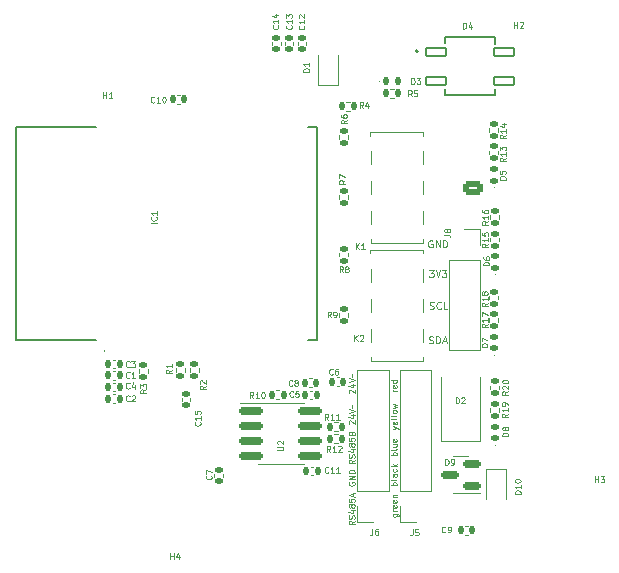
<source format=gto>
G04 #@! TF.GenerationSoftware,KiCad,Pcbnew,(6.0.10)*
G04 #@! TF.CreationDate,2023-07-07T16:54:03+02:00*
G04 #@! TF.ProjectId,SprinklerBoardESP32V3,53707269-6e6b-46c6-9572-426f61726445,rev?*
G04 #@! TF.SameCoordinates,Original*
G04 #@! TF.FileFunction,Legend,Top*
G04 #@! TF.FilePolarity,Positive*
%FSLAX46Y46*%
G04 Gerber Fmt 4.6, Leading zero omitted, Abs format (unit mm)*
G04 Created by KiCad (PCBNEW (6.0.10)) date 2023-07-07 16:54:03*
%MOMM*%
%LPD*%
G01*
G04 APERTURE LIST*
G04 Aperture macros list*
%AMRoundRect*
0 Rectangle with rounded corners*
0 $1 Rounding radius*
0 $2 $3 $4 $5 $6 $7 $8 $9 X,Y pos of 4 corners*
0 Add a 4 corners polygon primitive as box body*
4,1,4,$2,$3,$4,$5,$6,$7,$8,$9,$2,$3,0*
0 Add four circle primitives for the rounded corners*
1,1,$1+$1,$2,$3*
1,1,$1+$1,$4,$5*
1,1,$1+$1,$6,$7*
1,1,$1+$1,$8,$9*
0 Add four rect primitives between the rounded corners*
20,1,$1+$1,$2,$3,$4,$5,0*
20,1,$1+$1,$4,$5,$6,$7,0*
20,1,$1+$1,$6,$7,$8,$9,0*
20,1,$1+$1,$8,$9,$2,$3,0*%
G04 Aperture macros list end*
%ADD10C,0.125000*%
%ADD11C,0.100000*%
%ADD12C,0.120000*%
%ADD13C,0.127000*%
%ADD14C,0.200000*%
%ADD15RoundRect,0.135000X-0.185000X0.135000X-0.185000X-0.135000X0.185000X-0.135000X0.185000X0.135000X0*%
%ADD16RoundRect,0.140000X-0.170000X0.140000X-0.170000X-0.140000X0.170000X-0.140000X0.170000X0.140000X0*%
%ADD17RoundRect,0.140000X-0.140000X-0.170000X0.140000X-0.170000X0.140000X0.170000X-0.140000X0.170000X0*%
%ADD18C,0.800000*%
%ADD19C,6.400000*%
%ADD20RoundRect,0.140000X0.140000X0.170000X-0.140000X0.170000X-0.140000X-0.170000X0.140000X-0.170000X0*%
%ADD21RoundRect,0.091000X-0.864000X-0.364000X0.864000X-0.364000X0.864000X0.364000X-0.864000X0.364000X0*%
%ADD22O,1.700000X1.700000*%
%ADD23R,1.700000X1.700000*%
%ADD24R,0.450000X0.600000*%
%ADD25RoundRect,0.135000X-0.135000X-0.185000X0.135000X-0.185000X0.135000X0.185000X-0.135000X0.185000X0*%
%ADD26RoundRect,0.147500X0.172500X-0.147500X0.172500X0.147500X-0.172500X0.147500X-0.172500X-0.147500X0*%
%ADD27RoundRect,0.147500X-0.147500X-0.172500X0.147500X-0.172500X0.147500X0.172500X-0.147500X0.172500X0*%
%ADD28RoundRect,0.135000X0.185000X-0.135000X0.185000X0.135000X-0.185000X0.135000X-0.185000X-0.135000X0*%
%ADD29R,0.900000X1.500000*%
%ADD30R,0.800000X0.800000*%
%ADD31RoundRect,0.135000X0.135000X0.185000X-0.135000X0.185000X-0.135000X-0.185000X0.135000X-0.185000X0*%
%ADD32RoundRect,0.140000X0.170000X-0.140000X0.170000X0.140000X-0.170000X0.140000X-0.170000X-0.140000X0*%
%ADD33R,1.800000X2.500000*%
%ADD34R,1.193800X0.812800*%
%ADD35RoundRect,0.150000X0.587500X0.150000X-0.587500X0.150000X-0.587500X-0.150000X0.587500X-0.150000X0*%
%ADD36RoundRect,0.150000X-0.825000X-0.150000X0.825000X-0.150000X0.825000X0.150000X-0.825000X0.150000X0*%
%ADD37C,1.950000*%
%ADD38RoundRect,0.250000X0.625000X-0.350000X0.625000X0.350000X-0.625000X0.350000X-0.625000X-0.350000X0*%
%ADD39O,1.750000X1.200000*%
%ADD40R,1.500000X2.500000*%
%ADD41O,1.500000X2.500000*%
%ADD42R,1.350000X1.350000*%
%ADD43O,1.350000X1.350000*%
G04 APERTURE END LIST*
D10*
X92323809Y-115423809D02*
X92300000Y-115400000D01*
X92276190Y-115352380D01*
X92276190Y-115233333D01*
X92300000Y-115185714D01*
X92323809Y-115161904D01*
X92371428Y-115138095D01*
X92419047Y-115138095D01*
X92490476Y-115161904D01*
X92776190Y-115447619D01*
X92776190Y-115138095D01*
X92442857Y-114709523D02*
X92776190Y-114709523D01*
X92252380Y-114828571D02*
X92609523Y-114947619D01*
X92609523Y-114638095D01*
X92276190Y-114519047D02*
X92776190Y-114352380D01*
X92276190Y-114185714D01*
X92585714Y-114090476D02*
X92561904Y-114066666D01*
X92538095Y-114019047D01*
X92585714Y-113923809D01*
X92561904Y-113876190D01*
X92538095Y-113852380D01*
X92323809Y-118023809D02*
X92300000Y-118000000D01*
X92276190Y-117952380D01*
X92276190Y-117833333D01*
X92300000Y-117785714D01*
X92323809Y-117761904D01*
X92371428Y-117738095D01*
X92419047Y-117738095D01*
X92490476Y-117761904D01*
X92776190Y-118047619D01*
X92776190Y-117738095D01*
X92442857Y-117309523D02*
X92776190Y-117309523D01*
X92252380Y-117428571D02*
X92609523Y-117547619D01*
X92609523Y-117238095D01*
X92276190Y-117119047D02*
X92776190Y-116952380D01*
X92276190Y-116785714D01*
X92585714Y-116690476D02*
X92561904Y-116666666D01*
X92538095Y-116619047D01*
X92585714Y-116523809D01*
X92561904Y-116476190D01*
X92538095Y-116452380D01*
X92300000Y-122980952D02*
X92276190Y-123028571D01*
X92276190Y-123100000D01*
X92300000Y-123171428D01*
X92347619Y-123219047D01*
X92395238Y-123242857D01*
X92490476Y-123266666D01*
X92561904Y-123266666D01*
X92657142Y-123242857D01*
X92704761Y-123219047D01*
X92752380Y-123171428D01*
X92776190Y-123100000D01*
X92776190Y-123052380D01*
X92752380Y-122980952D01*
X92728571Y-122957142D01*
X92561904Y-122957142D01*
X92561904Y-123052380D01*
X92776190Y-122742857D02*
X92276190Y-122742857D01*
X92776190Y-122457142D01*
X92276190Y-122457142D01*
X92776190Y-122219047D02*
X92276190Y-122219047D01*
X92276190Y-122100000D01*
X92300000Y-122028571D01*
X92347619Y-121980952D01*
X92395238Y-121957142D01*
X92490476Y-121933333D01*
X92561904Y-121933333D01*
X92657142Y-121957142D01*
X92704761Y-121980952D01*
X92752380Y-122028571D01*
X92776190Y-122100000D01*
X92776190Y-122219047D01*
X92776190Y-121097619D02*
X92538095Y-121264285D01*
X92776190Y-121383333D02*
X92276190Y-121383333D01*
X92276190Y-121192857D01*
X92300000Y-121145238D01*
X92323809Y-121121428D01*
X92371428Y-121097619D01*
X92442857Y-121097619D01*
X92490476Y-121121428D01*
X92514285Y-121145238D01*
X92538095Y-121192857D01*
X92538095Y-121383333D01*
X92752380Y-120907142D02*
X92776190Y-120835714D01*
X92776190Y-120716666D01*
X92752380Y-120669047D01*
X92728571Y-120645238D01*
X92680952Y-120621428D01*
X92633333Y-120621428D01*
X92585714Y-120645238D01*
X92561904Y-120669047D01*
X92538095Y-120716666D01*
X92514285Y-120811904D01*
X92490476Y-120859523D01*
X92466666Y-120883333D01*
X92419047Y-120907142D01*
X92371428Y-120907142D01*
X92323809Y-120883333D01*
X92300000Y-120859523D01*
X92276190Y-120811904D01*
X92276190Y-120692857D01*
X92300000Y-120621428D01*
X92442857Y-120192857D02*
X92776190Y-120192857D01*
X92252380Y-120311904D02*
X92609523Y-120430952D01*
X92609523Y-120121428D01*
X92490476Y-119859523D02*
X92466666Y-119907142D01*
X92442857Y-119930952D01*
X92395238Y-119954761D01*
X92371428Y-119954761D01*
X92323809Y-119930952D01*
X92300000Y-119907142D01*
X92276190Y-119859523D01*
X92276190Y-119764285D01*
X92300000Y-119716666D01*
X92323809Y-119692857D01*
X92371428Y-119669047D01*
X92395238Y-119669047D01*
X92442857Y-119692857D01*
X92466666Y-119716666D01*
X92490476Y-119764285D01*
X92490476Y-119859523D01*
X92514285Y-119907142D01*
X92538095Y-119930952D01*
X92585714Y-119954761D01*
X92680952Y-119954761D01*
X92728571Y-119930952D01*
X92752380Y-119907142D01*
X92776190Y-119859523D01*
X92776190Y-119764285D01*
X92752380Y-119716666D01*
X92728571Y-119692857D01*
X92680952Y-119669047D01*
X92585714Y-119669047D01*
X92538095Y-119692857D01*
X92514285Y-119716666D01*
X92490476Y-119764285D01*
X92276190Y-119216666D02*
X92276190Y-119454761D01*
X92514285Y-119478571D01*
X92490476Y-119454761D01*
X92466666Y-119407142D01*
X92466666Y-119288095D01*
X92490476Y-119240476D01*
X92514285Y-119216666D01*
X92561904Y-119192857D01*
X92680952Y-119192857D01*
X92728571Y-119216666D01*
X92752380Y-119240476D01*
X92776190Y-119288095D01*
X92776190Y-119407142D01*
X92752380Y-119454761D01*
X92728571Y-119478571D01*
X92514285Y-118811904D02*
X92538095Y-118740476D01*
X92561904Y-118716666D01*
X92609523Y-118692857D01*
X92680952Y-118692857D01*
X92728571Y-118716666D01*
X92752380Y-118740476D01*
X92776190Y-118788095D01*
X92776190Y-118978571D01*
X92276190Y-118978571D01*
X92276190Y-118811904D01*
X92300000Y-118764285D01*
X92323809Y-118740476D01*
X92371428Y-118716666D01*
X92419047Y-118716666D01*
X92466666Y-118740476D01*
X92490476Y-118764285D01*
X92514285Y-118811904D01*
X92514285Y-118978571D01*
X92776190Y-126261904D02*
X92538095Y-126428571D01*
X92776190Y-126547619D02*
X92276190Y-126547619D01*
X92276190Y-126357142D01*
X92300000Y-126309523D01*
X92323809Y-126285714D01*
X92371428Y-126261904D01*
X92442857Y-126261904D01*
X92490476Y-126285714D01*
X92514285Y-126309523D01*
X92538095Y-126357142D01*
X92538095Y-126547619D01*
X92752380Y-126071428D02*
X92776190Y-126000000D01*
X92776190Y-125880952D01*
X92752380Y-125833333D01*
X92728571Y-125809523D01*
X92680952Y-125785714D01*
X92633333Y-125785714D01*
X92585714Y-125809523D01*
X92561904Y-125833333D01*
X92538095Y-125880952D01*
X92514285Y-125976190D01*
X92490476Y-126023809D01*
X92466666Y-126047619D01*
X92419047Y-126071428D01*
X92371428Y-126071428D01*
X92323809Y-126047619D01*
X92300000Y-126023809D01*
X92276190Y-125976190D01*
X92276190Y-125857142D01*
X92300000Y-125785714D01*
X92442857Y-125357142D02*
X92776190Y-125357142D01*
X92252380Y-125476190D02*
X92609523Y-125595238D01*
X92609523Y-125285714D01*
X92490476Y-125023809D02*
X92466666Y-125071428D01*
X92442857Y-125095238D01*
X92395238Y-125119047D01*
X92371428Y-125119047D01*
X92323809Y-125095238D01*
X92300000Y-125071428D01*
X92276190Y-125023809D01*
X92276190Y-124928571D01*
X92300000Y-124880952D01*
X92323809Y-124857142D01*
X92371428Y-124833333D01*
X92395238Y-124833333D01*
X92442857Y-124857142D01*
X92466666Y-124880952D01*
X92490476Y-124928571D01*
X92490476Y-125023809D01*
X92514285Y-125071428D01*
X92538095Y-125095238D01*
X92585714Y-125119047D01*
X92680952Y-125119047D01*
X92728571Y-125095238D01*
X92752380Y-125071428D01*
X92776190Y-125023809D01*
X92776190Y-124928571D01*
X92752380Y-124880952D01*
X92728571Y-124857142D01*
X92680952Y-124833333D01*
X92585714Y-124833333D01*
X92538095Y-124857142D01*
X92514285Y-124880952D01*
X92490476Y-124928571D01*
X92276190Y-124380952D02*
X92276190Y-124619047D01*
X92514285Y-124642857D01*
X92490476Y-124619047D01*
X92466666Y-124571428D01*
X92466666Y-124452380D01*
X92490476Y-124404761D01*
X92514285Y-124380952D01*
X92561904Y-124357142D01*
X92680952Y-124357142D01*
X92728571Y-124380952D01*
X92752380Y-124404761D01*
X92776190Y-124452380D01*
X92776190Y-124571428D01*
X92752380Y-124619047D01*
X92728571Y-124642857D01*
X92633333Y-124166666D02*
X92633333Y-123928571D01*
X92776190Y-124214285D02*
X92276190Y-124047619D01*
X92776190Y-123880952D01*
X96326190Y-115276190D02*
X95992857Y-115276190D01*
X96088095Y-115276190D02*
X96040476Y-115252380D01*
X96016666Y-115228571D01*
X95992857Y-115180952D01*
X95992857Y-115133333D01*
X96302380Y-114776190D02*
X96326190Y-114823809D01*
X96326190Y-114919047D01*
X96302380Y-114966666D01*
X96254761Y-114990476D01*
X96064285Y-114990476D01*
X96016666Y-114966666D01*
X95992857Y-114919047D01*
X95992857Y-114823809D01*
X96016666Y-114776190D01*
X96064285Y-114752380D01*
X96111904Y-114752380D01*
X96159523Y-114990476D01*
X96326190Y-114323809D02*
X95826190Y-114323809D01*
X96302380Y-114323809D02*
X96326190Y-114371428D01*
X96326190Y-114466666D01*
X96302380Y-114514285D01*
X96278571Y-114538095D01*
X96230952Y-114561904D01*
X96088095Y-114561904D01*
X96040476Y-114538095D01*
X96016666Y-114514285D01*
X95992857Y-114466666D01*
X95992857Y-114371428D01*
X96016666Y-114323809D01*
X95992857Y-118483333D02*
X96326190Y-118364285D01*
X95992857Y-118245238D02*
X96326190Y-118364285D01*
X96445238Y-118411904D01*
X96469047Y-118435714D01*
X96492857Y-118483333D01*
X96302380Y-117864285D02*
X96326190Y-117911904D01*
X96326190Y-118007142D01*
X96302380Y-118054761D01*
X96254761Y-118078571D01*
X96064285Y-118078571D01*
X96016666Y-118054761D01*
X95992857Y-118007142D01*
X95992857Y-117911904D01*
X96016666Y-117864285D01*
X96064285Y-117840476D01*
X96111904Y-117840476D01*
X96159523Y-118078571D01*
X96326190Y-117554761D02*
X96302380Y-117602380D01*
X96254761Y-117626190D01*
X95826190Y-117626190D01*
X96326190Y-117292857D02*
X96302380Y-117340476D01*
X96254761Y-117364285D01*
X95826190Y-117364285D01*
X96326190Y-117030952D02*
X96302380Y-117078571D01*
X96278571Y-117102380D01*
X96230952Y-117126190D01*
X96088095Y-117126190D01*
X96040476Y-117102380D01*
X96016666Y-117078571D01*
X95992857Y-117030952D01*
X95992857Y-116959523D01*
X96016666Y-116911904D01*
X96040476Y-116888095D01*
X96088095Y-116864285D01*
X96230952Y-116864285D01*
X96278571Y-116888095D01*
X96302380Y-116911904D01*
X96326190Y-116959523D01*
X96326190Y-117030952D01*
X95992857Y-116697619D02*
X96326190Y-116602380D01*
X96088095Y-116507142D01*
X96326190Y-116411904D01*
X95992857Y-116316666D01*
X95992857Y-125652380D02*
X96397619Y-125652380D01*
X96445238Y-125676190D01*
X96469047Y-125700000D01*
X96492857Y-125747619D01*
X96492857Y-125819047D01*
X96469047Y-125866666D01*
X96302380Y-125652380D02*
X96326190Y-125700000D01*
X96326190Y-125795238D01*
X96302380Y-125842857D01*
X96278571Y-125866666D01*
X96230952Y-125890476D01*
X96088095Y-125890476D01*
X96040476Y-125866666D01*
X96016666Y-125842857D01*
X95992857Y-125795238D01*
X95992857Y-125700000D01*
X96016666Y-125652380D01*
X96326190Y-125414285D02*
X95992857Y-125414285D01*
X96088095Y-125414285D02*
X96040476Y-125390476D01*
X96016666Y-125366666D01*
X95992857Y-125319047D01*
X95992857Y-125271428D01*
X96302380Y-124914285D02*
X96326190Y-124961904D01*
X96326190Y-125057142D01*
X96302380Y-125104761D01*
X96254761Y-125128571D01*
X96064285Y-125128571D01*
X96016666Y-125104761D01*
X95992857Y-125057142D01*
X95992857Y-124961904D01*
X96016666Y-124914285D01*
X96064285Y-124890476D01*
X96111904Y-124890476D01*
X96159523Y-125128571D01*
X96302380Y-124485714D02*
X96326190Y-124533333D01*
X96326190Y-124628571D01*
X96302380Y-124676190D01*
X96254761Y-124700000D01*
X96064285Y-124700000D01*
X96016666Y-124676190D01*
X95992857Y-124628571D01*
X95992857Y-124533333D01*
X96016666Y-124485714D01*
X96064285Y-124461904D01*
X96111904Y-124461904D01*
X96159523Y-124700000D01*
X95992857Y-124247619D02*
X96326190Y-124247619D01*
X96040476Y-124247619D02*
X96016666Y-124223809D01*
X95992857Y-124176190D01*
X95992857Y-124104761D01*
X96016666Y-124057142D01*
X96064285Y-124033333D01*
X96326190Y-124033333D01*
X96326190Y-120678571D02*
X95826190Y-120678571D01*
X96016666Y-120678571D02*
X95992857Y-120630952D01*
X95992857Y-120535714D01*
X96016666Y-120488095D01*
X96040476Y-120464285D01*
X96088095Y-120440476D01*
X96230952Y-120440476D01*
X96278571Y-120464285D01*
X96302380Y-120488095D01*
X96326190Y-120535714D01*
X96326190Y-120630952D01*
X96302380Y-120678571D01*
X96326190Y-120154761D02*
X96302380Y-120202380D01*
X96254761Y-120226190D01*
X95826190Y-120226190D01*
X95992857Y-119750000D02*
X96326190Y-119750000D01*
X95992857Y-119964285D02*
X96254761Y-119964285D01*
X96302380Y-119940476D01*
X96326190Y-119892857D01*
X96326190Y-119821428D01*
X96302380Y-119773809D01*
X96278571Y-119750000D01*
X96302380Y-119321428D02*
X96326190Y-119369047D01*
X96326190Y-119464285D01*
X96302380Y-119511904D01*
X96254761Y-119535714D01*
X96064285Y-119535714D01*
X96016666Y-119511904D01*
X95992857Y-119464285D01*
X95992857Y-119369047D01*
X96016666Y-119321428D01*
X96064285Y-119297619D01*
X96111904Y-119297619D01*
X96159523Y-119535714D01*
X96326190Y-123230952D02*
X95826190Y-123230952D01*
X96016666Y-123230952D02*
X95992857Y-123183333D01*
X95992857Y-123088095D01*
X96016666Y-123040476D01*
X96040476Y-123016666D01*
X96088095Y-122992857D01*
X96230952Y-122992857D01*
X96278571Y-123016666D01*
X96302380Y-123040476D01*
X96326190Y-123088095D01*
X96326190Y-123183333D01*
X96302380Y-123230952D01*
X96326190Y-122707142D02*
X96302380Y-122754761D01*
X96254761Y-122778571D01*
X95826190Y-122778571D01*
X96326190Y-122302380D02*
X96064285Y-122302380D01*
X96016666Y-122326190D01*
X95992857Y-122373809D01*
X95992857Y-122469047D01*
X96016666Y-122516666D01*
X96302380Y-122302380D02*
X96326190Y-122350000D01*
X96326190Y-122469047D01*
X96302380Y-122516666D01*
X96254761Y-122540476D01*
X96207142Y-122540476D01*
X96159523Y-122516666D01*
X96135714Y-122469047D01*
X96135714Y-122350000D01*
X96111904Y-122302380D01*
X96302380Y-121850000D02*
X96326190Y-121897619D01*
X96326190Y-121992857D01*
X96302380Y-122040476D01*
X96278571Y-122064285D01*
X96230952Y-122088095D01*
X96088095Y-122088095D01*
X96040476Y-122064285D01*
X96016666Y-122040476D01*
X95992857Y-121992857D01*
X95992857Y-121897619D01*
X96016666Y-121850000D01*
X96326190Y-121635714D02*
X95826190Y-121635714D01*
X96135714Y-121588095D02*
X96326190Y-121445238D01*
X95992857Y-121445238D02*
X96183333Y-121635714D01*
D11*
X99071428Y-111192857D02*
X99157142Y-111221428D01*
X99300000Y-111221428D01*
X99357142Y-111192857D01*
X99385714Y-111164285D01*
X99414285Y-111107142D01*
X99414285Y-111050000D01*
X99385714Y-110992857D01*
X99357142Y-110964285D01*
X99300000Y-110935714D01*
X99185714Y-110907142D01*
X99128571Y-110878571D01*
X99100000Y-110850000D01*
X99071428Y-110792857D01*
X99071428Y-110735714D01*
X99100000Y-110678571D01*
X99128571Y-110650000D01*
X99185714Y-110621428D01*
X99328571Y-110621428D01*
X99414285Y-110650000D01*
X99671428Y-111221428D02*
X99671428Y-110621428D01*
X99814285Y-110621428D01*
X99900000Y-110650000D01*
X99957142Y-110707142D01*
X99985714Y-110764285D01*
X100014285Y-110878571D01*
X100014285Y-110964285D01*
X99985714Y-111078571D01*
X99957142Y-111135714D01*
X99900000Y-111192857D01*
X99814285Y-111221428D01*
X99671428Y-111221428D01*
X100242857Y-111050000D02*
X100528571Y-111050000D01*
X100185714Y-111221428D02*
X100385714Y-110621428D01*
X100585714Y-111221428D01*
X99082542Y-105008028D02*
X99453971Y-105008028D01*
X99253971Y-105236600D01*
X99339685Y-105236600D01*
X99396828Y-105265171D01*
X99425400Y-105293742D01*
X99453971Y-105350885D01*
X99453971Y-105493742D01*
X99425400Y-105550885D01*
X99396828Y-105579457D01*
X99339685Y-105608028D01*
X99168257Y-105608028D01*
X99111114Y-105579457D01*
X99082542Y-105550885D01*
X99625400Y-105008028D02*
X99825400Y-105608028D01*
X100025400Y-105008028D01*
X100168257Y-105008028D02*
X100539685Y-105008028D01*
X100339685Y-105236600D01*
X100425400Y-105236600D01*
X100482542Y-105265171D01*
X100511114Y-105293742D01*
X100539685Y-105350885D01*
X100539685Y-105493742D01*
X100511114Y-105550885D01*
X100482542Y-105579457D01*
X100425400Y-105608028D01*
X100253971Y-105608028D01*
X100196828Y-105579457D01*
X100168257Y-105550885D01*
X99342857Y-102522000D02*
X99285714Y-102493428D01*
X99200000Y-102493428D01*
X99114285Y-102522000D01*
X99057142Y-102579142D01*
X99028571Y-102636285D01*
X99000000Y-102750571D01*
X99000000Y-102836285D01*
X99028571Y-102950571D01*
X99057142Y-103007714D01*
X99114285Y-103064857D01*
X99200000Y-103093428D01*
X99257142Y-103093428D01*
X99342857Y-103064857D01*
X99371428Y-103036285D01*
X99371428Y-102836285D01*
X99257142Y-102836285D01*
X99628571Y-103093428D02*
X99628571Y-102493428D01*
X99971428Y-103093428D01*
X99971428Y-102493428D01*
X100257142Y-103093428D02*
X100257142Y-102493428D01*
X100400000Y-102493428D01*
X100485714Y-102522000D01*
X100542857Y-102579142D01*
X100571428Y-102636285D01*
X100600000Y-102750571D01*
X100600000Y-102836285D01*
X100571428Y-102950571D01*
X100542857Y-103007714D01*
X100485714Y-103064857D01*
X100400000Y-103093428D01*
X100257142Y-103093428D01*
X99135714Y-108271857D02*
X99221428Y-108300428D01*
X99364285Y-108300428D01*
X99421428Y-108271857D01*
X99450000Y-108243285D01*
X99478571Y-108186142D01*
X99478571Y-108129000D01*
X99450000Y-108071857D01*
X99421428Y-108043285D01*
X99364285Y-108014714D01*
X99250000Y-107986142D01*
X99192857Y-107957571D01*
X99164285Y-107929000D01*
X99135714Y-107871857D01*
X99135714Y-107814714D01*
X99164285Y-107757571D01*
X99192857Y-107729000D01*
X99250000Y-107700428D01*
X99392857Y-107700428D01*
X99478571Y-107729000D01*
X100078571Y-108243285D02*
X100050000Y-108271857D01*
X99964285Y-108300428D01*
X99907142Y-108300428D01*
X99821428Y-108271857D01*
X99764285Y-108214714D01*
X99735714Y-108157571D01*
X99707142Y-108043285D01*
X99707142Y-107957571D01*
X99735714Y-107843285D01*
X99764285Y-107786142D01*
X99821428Y-107729000D01*
X99907142Y-107700428D01*
X99964285Y-107700428D01*
X100050000Y-107729000D01*
X100078571Y-107757571D01*
X100621428Y-108300428D02*
X100335714Y-108300428D01*
X100335714Y-107700428D01*
X105726190Y-117171428D02*
X105488095Y-117338095D01*
X105726190Y-117457142D02*
X105226190Y-117457142D01*
X105226190Y-117266666D01*
X105250000Y-117219047D01*
X105273809Y-117195238D01*
X105321428Y-117171428D01*
X105392857Y-117171428D01*
X105440476Y-117195238D01*
X105464285Y-117219047D01*
X105488095Y-117266666D01*
X105488095Y-117457142D01*
X105726190Y-116695238D02*
X105726190Y-116980952D01*
X105726190Y-116838095D02*
X105226190Y-116838095D01*
X105297619Y-116885714D01*
X105345238Y-116933333D01*
X105369047Y-116980952D01*
X105726190Y-116457142D02*
X105726190Y-116361904D01*
X105702380Y-116314285D01*
X105678571Y-116290476D01*
X105607142Y-116242857D01*
X105511904Y-116219047D01*
X105321428Y-116219047D01*
X105273809Y-116242857D01*
X105250000Y-116266666D01*
X105226190Y-116314285D01*
X105226190Y-116409523D01*
X105250000Y-116457142D01*
X105273809Y-116480952D01*
X105321428Y-116504761D01*
X105440476Y-116504761D01*
X105488095Y-116480952D01*
X105511904Y-116457142D01*
X105535714Y-116409523D01*
X105535714Y-116314285D01*
X105511904Y-116266666D01*
X105488095Y-116242857D01*
X105440476Y-116219047D01*
X86278571Y-84291428D02*
X86302380Y-84315238D01*
X86326190Y-84386666D01*
X86326190Y-84434285D01*
X86302380Y-84505714D01*
X86254761Y-84553333D01*
X86207142Y-84577142D01*
X86111904Y-84600952D01*
X86040476Y-84600952D01*
X85945238Y-84577142D01*
X85897619Y-84553333D01*
X85850000Y-84505714D01*
X85826190Y-84434285D01*
X85826190Y-84386666D01*
X85850000Y-84315238D01*
X85873809Y-84291428D01*
X86326190Y-83815238D02*
X86326190Y-84100952D01*
X86326190Y-83958095D02*
X85826190Y-83958095D01*
X85897619Y-84005714D01*
X85945238Y-84053333D01*
X85969047Y-84100952D01*
X85992857Y-83386666D02*
X86326190Y-83386666D01*
X85802380Y-83505714D02*
X86159523Y-83624761D01*
X86159523Y-83315238D01*
X73716666Y-113178571D02*
X73692857Y-113202380D01*
X73621428Y-113226190D01*
X73573809Y-113226190D01*
X73502380Y-113202380D01*
X73454761Y-113154761D01*
X73430952Y-113107142D01*
X73407142Y-113011904D01*
X73407142Y-112940476D01*
X73430952Y-112845238D01*
X73454761Y-112797619D01*
X73502380Y-112750000D01*
X73573809Y-112726190D01*
X73621428Y-112726190D01*
X73692857Y-112750000D01*
X73716666Y-112773809D01*
X73883333Y-112726190D02*
X74192857Y-112726190D01*
X74026190Y-112916666D01*
X74097619Y-112916666D01*
X74145238Y-112940476D01*
X74169047Y-112964285D01*
X74192857Y-113011904D01*
X74192857Y-113130952D01*
X74169047Y-113178571D01*
X74145238Y-113202380D01*
X74097619Y-113226190D01*
X73954761Y-113226190D01*
X73907142Y-113202380D01*
X73883333Y-113178571D01*
X113125989Y-122976633D02*
X113125989Y-122476633D01*
X113125989Y-122714728D02*
X113411703Y-122714728D01*
X113411703Y-122976633D02*
X113411703Y-122476633D01*
X113602180Y-122476633D02*
X113911703Y-122476633D01*
X113745037Y-122667109D01*
X113816465Y-122667109D01*
X113864084Y-122690919D01*
X113887894Y-122714728D01*
X113911703Y-122762347D01*
X113911703Y-122881395D01*
X113887894Y-122929014D01*
X113864084Y-122952823D01*
X113816465Y-122976633D01*
X113673608Y-122976633D01*
X113625989Y-122952823D01*
X113602180Y-122929014D01*
X90916666Y-113828571D02*
X90892857Y-113852380D01*
X90821428Y-113876190D01*
X90773809Y-113876190D01*
X90702380Y-113852380D01*
X90654761Y-113804761D01*
X90630952Y-113757142D01*
X90607142Y-113661904D01*
X90607142Y-113590476D01*
X90630952Y-113495238D01*
X90654761Y-113447619D01*
X90702380Y-113400000D01*
X90773809Y-113376190D01*
X90821428Y-113376190D01*
X90892857Y-113400000D01*
X90916666Y-113423809D01*
X91345238Y-113376190D02*
X91250000Y-113376190D01*
X91202380Y-113400000D01*
X91178571Y-113423809D01*
X91130952Y-113495238D01*
X91107142Y-113590476D01*
X91107142Y-113780952D01*
X91130952Y-113828571D01*
X91154761Y-113852380D01*
X91202380Y-113876190D01*
X91297619Y-113876190D01*
X91345238Y-113852380D01*
X91369047Y-113828571D01*
X91392857Y-113780952D01*
X91392857Y-113661904D01*
X91369047Y-113614285D01*
X91345238Y-113590476D01*
X91297619Y-113566666D01*
X91202380Y-113566666D01*
X91154761Y-113590476D01*
X91130952Y-113614285D01*
X91107142Y-113661904D01*
X79678571Y-117871428D02*
X79702380Y-117895238D01*
X79726190Y-117966666D01*
X79726190Y-118014285D01*
X79702380Y-118085714D01*
X79654761Y-118133333D01*
X79607142Y-118157142D01*
X79511904Y-118180952D01*
X79440476Y-118180952D01*
X79345238Y-118157142D01*
X79297619Y-118133333D01*
X79250000Y-118085714D01*
X79226190Y-118014285D01*
X79226190Y-117966666D01*
X79250000Y-117895238D01*
X79273809Y-117871428D01*
X79726190Y-117395238D02*
X79726190Y-117680952D01*
X79726190Y-117538095D02*
X79226190Y-117538095D01*
X79297619Y-117585714D01*
X79345238Y-117633333D01*
X79369047Y-117680952D01*
X79226190Y-116942857D02*
X79226190Y-117180952D01*
X79464285Y-117204761D01*
X79440476Y-117180952D01*
X79416666Y-117133333D01*
X79416666Y-117014285D01*
X79440476Y-116966666D01*
X79464285Y-116942857D01*
X79511904Y-116919047D01*
X79630952Y-116919047D01*
X79678571Y-116942857D01*
X79702380Y-116966666D01*
X79726190Y-117014285D01*
X79726190Y-117133333D01*
X79702380Y-117180952D01*
X79678571Y-117204761D01*
X101945064Y-84563771D02*
X101945064Y-84063771D01*
X102064112Y-84063771D01*
X102135540Y-84087581D01*
X102183159Y-84135200D01*
X102206969Y-84182819D01*
X102230778Y-84278057D01*
X102230778Y-84349485D01*
X102206969Y-84444723D01*
X102183159Y-84492342D01*
X102135540Y-84539961D01*
X102064112Y-84563771D01*
X101945064Y-84563771D01*
X102659350Y-84230438D02*
X102659350Y-84563771D01*
X102540302Y-84039961D02*
X102421254Y-84397104D01*
X102730778Y-84397104D01*
X73716666Y-114995237D02*
X73692857Y-115019046D01*
X73621428Y-115042856D01*
X73573809Y-115042856D01*
X73502380Y-115019046D01*
X73454761Y-114971427D01*
X73430952Y-114923808D01*
X73407142Y-114828570D01*
X73407142Y-114757142D01*
X73430952Y-114661904D01*
X73454761Y-114614285D01*
X73502380Y-114566666D01*
X73573809Y-114542856D01*
X73621428Y-114542856D01*
X73692857Y-114566666D01*
X73716666Y-114590475D01*
X74145238Y-114709523D02*
X74145238Y-115042856D01*
X74026190Y-114519046D02*
X73907142Y-114876189D01*
X74216666Y-114876189D01*
X97683333Y-126976190D02*
X97683333Y-127333333D01*
X97659523Y-127404761D01*
X97611904Y-127452380D01*
X97540476Y-127476190D01*
X97492857Y-127476190D01*
X98159523Y-126976190D02*
X97921428Y-126976190D01*
X97897619Y-127214285D01*
X97921428Y-127190476D01*
X97969047Y-127166666D01*
X98088095Y-127166666D01*
X98135714Y-127190476D01*
X98159523Y-127214285D01*
X98183333Y-127261904D01*
X98183333Y-127380952D01*
X98159523Y-127428571D01*
X98135714Y-127452380D01*
X98088095Y-127476190D01*
X97969047Y-127476190D01*
X97921428Y-127452380D01*
X97897619Y-127428571D01*
X88926190Y-88219047D02*
X88426190Y-88219047D01*
X88426190Y-88100000D01*
X88450000Y-88028571D01*
X88497619Y-87980952D01*
X88545238Y-87957142D01*
X88640476Y-87933333D01*
X88711904Y-87933333D01*
X88807142Y-87957142D01*
X88854761Y-87980952D01*
X88902380Y-88028571D01*
X88926190Y-88100000D01*
X88926190Y-88219047D01*
X88926190Y-87457142D02*
X88926190Y-87742857D01*
X88926190Y-87600000D02*
X88426190Y-87600000D01*
X88497619Y-87647619D01*
X88545238Y-87695238D01*
X88569047Y-87742857D01*
X93502866Y-91299990D02*
X93336200Y-91061895D01*
X93217152Y-91299990D02*
X93217152Y-90799990D01*
X93407628Y-90799990D01*
X93455247Y-90823800D01*
X93479057Y-90847609D01*
X93502866Y-90895228D01*
X93502866Y-90966657D01*
X93479057Y-91014276D01*
X93455247Y-91038085D01*
X93407628Y-91061895D01*
X93217152Y-91061895D01*
X93931438Y-90966657D02*
X93931438Y-91299990D01*
X93812390Y-90776180D02*
X93693342Y-91133323D01*
X94002866Y-91133323D01*
X104076190Y-102771428D02*
X103838095Y-102938095D01*
X104076190Y-103057142D02*
X103576190Y-103057142D01*
X103576190Y-102866666D01*
X103600000Y-102819047D01*
X103623809Y-102795238D01*
X103671428Y-102771428D01*
X103742857Y-102771428D01*
X103790476Y-102795238D01*
X103814285Y-102819047D01*
X103838095Y-102866666D01*
X103838095Y-103057142D01*
X104076190Y-102295238D02*
X104076190Y-102580952D01*
X104076190Y-102438095D02*
X103576190Y-102438095D01*
X103647619Y-102485714D01*
X103695238Y-102533333D01*
X103719047Y-102580952D01*
X103576190Y-101842857D02*
X103576190Y-102080952D01*
X103814285Y-102104761D01*
X103790476Y-102080952D01*
X103766666Y-102033333D01*
X103766666Y-101914285D01*
X103790476Y-101866666D01*
X103814285Y-101842857D01*
X103861904Y-101819047D01*
X103980952Y-101819047D01*
X104028571Y-101842857D01*
X104052380Y-101866666D01*
X104076190Y-101914285D01*
X104076190Y-102033333D01*
X104052380Y-102080952D01*
X104028571Y-102104761D01*
X90551371Y-117681190D02*
X90384704Y-117443095D01*
X90265657Y-117681190D02*
X90265657Y-117181190D01*
X90456133Y-117181190D01*
X90503752Y-117205000D01*
X90527561Y-117228809D01*
X90551371Y-117276428D01*
X90551371Y-117347857D01*
X90527561Y-117395476D01*
X90503752Y-117419285D01*
X90456133Y-117443095D01*
X90265657Y-117443095D01*
X91027561Y-117681190D02*
X90741847Y-117681190D01*
X90884704Y-117681190D02*
X90884704Y-117181190D01*
X90837085Y-117252619D01*
X90789466Y-117300238D01*
X90741847Y-117324047D01*
X91503752Y-117681190D02*
X91218038Y-117681190D01*
X91360895Y-117681190D02*
X91360895Y-117181190D01*
X91313276Y-117252619D01*
X91265657Y-117300238D01*
X91218038Y-117324047D01*
X77276190Y-113433333D02*
X77038095Y-113600000D01*
X77276190Y-113719047D02*
X76776190Y-113719047D01*
X76776190Y-113528571D01*
X76800000Y-113480952D01*
X76823809Y-113457142D01*
X76871428Y-113433333D01*
X76942857Y-113433333D01*
X76990476Y-113457142D01*
X77014285Y-113480952D01*
X77038095Y-113528571D01*
X77038095Y-113719047D01*
X77276190Y-112957142D02*
X77276190Y-113242857D01*
X77276190Y-113100000D02*
X76776190Y-113100000D01*
X76847619Y-113147619D01*
X76895238Y-113195238D01*
X76919047Y-113242857D01*
X71469047Y-90476190D02*
X71469047Y-89976190D01*
X71469047Y-90214285D02*
X71754761Y-90214285D01*
X71754761Y-90476190D02*
X71754761Y-89976190D01*
X72254761Y-90476190D02*
X71969047Y-90476190D01*
X72111904Y-90476190D02*
X72111904Y-89976190D01*
X72064285Y-90047619D01*
X72016666Y-90095238D01*
X71969047Y-90119047D01*
X80176190Y-114833333D02*
X79938095Y-115000000D01*
X80176190Y-115119047D02*
X79676190Y-115119047D01*
X79676190Y-114928571D01*
X79700000Y-114880952D01*
X79723809Y-114857142D01*
X79771428Y-114833333D01*
X79842857Y-114833333D01*
X79890476Y-114857142D01*
X79914285Y-114880952D01*
X79938095Y-114928571D01*
X79938095Y-115119047D01*
X79723809Y-114642857D02*
X79700000Y-114619047D01*
X79676190Y-114571428D01*
X79676190Y-114452380D01*
X79700000Y-114404761D01*
X79723809Y-114380952D01*
X79771428Y-114357142D01*
X79819047Y-114357142D01*
X79890476Y-114380952D01*
X80176190Y-114666666D01*
X80176190Y-114357142D01*
X104176190Y-104619047D02*
X103676190Y-104619047D01*
X103676190Y-104500000D01*
X103700000Y-104428571D01*
X103747619Y-104380952D01*
X103795238Y-104357142D01*
X103890476Y-104333333D01*
X103961904Y-104333333D01*
X104057142Y-104357142D01*
X104104761Y-104380952D01*
X104152380Y-104428571D01*
X104176190Y-104500000D01*
X104176190Y-104619047D01*
X103676190Y-103904761D02*
X103676190Y-104000000D01*
X103700000Y-104047619D01*
X103723809Y-104071428D01*
X103795238Y-104119047D01*
X103890476Y-104142857D01*
X104080952Y-104142857D01*
X104128571Y-104119047D01*
X104152380Y-104095238D01*
X104176190Y-104047619D01*
X104176190Y-103952380D01*
X104152380Y-103904761D01*
X104128571Y-103880952D01*
X104080952Y-103857142D01*
X103961904Y-103857142D01*
X103914285Y-103880952D01*
X103890476Y-103904761D01*
X103866666Y-103952380D01*
X103866666Y-104047619D01*
X103890476Y-104095238D01*
X103914285Y-104119047D01*
X103961904Y-104142857D01*
X104019590Y-111511047D02*
X103519590Y-111511047D01*
X103519590Y-111392000D01*
X103543400Y-111320571D01*
X103591019Y-111272952D01*
X103638638Y-111249142D01*
X103733876Y-111225333D01*
X103805304Y-111225333D01*
X103900542Y-111249142D01*
X103948161Y-111272952D01*
X103995780Y-111320571D01*
X104019590Y-111392000D01*
X104019590Y-111511047D01*
X103519590Y-111058666D02*
X103519590Y-110725333D01*
X104019590Y-110939619D01*
X88478571Y-84321428D02*
X88502380Y-84345238D01*
X88526190Y-84416666D01*
X88526190Y-84464285D01*
X88502380Y-84535714D01*
X88454761Y-84583333D01*
X88407142Y-84607142D01*
X88311904Y-84630952D01*
X88240476Y-84630952D01*
X88145238Y-84607142D01*
X88097619Y-84583333D01*
X88050000Y-84535714D01*
X88026190Y-84464285D01*
X88026190Y-84416666D01*
X88050000Y-84345238D01*
X88073809Y-84321428D01*
X88526190Y-83845238D02*
X88526190Y-84130952D01*
X88526190Y-83988095D02*
X88026190Y-83988095D01*
X88097619Y-84035714D01*
X88145238Y-84083333D01*
X88169047Y-84130952D01*
X88073809Y-83654761D02*
X88050000Y-83630952D01*
X88026190Y-83583333D01*
X88026190Y-83464285D01*
X88050000Y-83416666D01*
X88073809Y-83392857D01*
X88121428Y-83369047D01*
X88169047Y-83369047D01*
X88240476Y-83392857D01*
X88526190Y-83678571D01*
X88526190Y-83369047D01*
X104076190Y-100871428D02*
X103838095Y-101038095D01*
X104076190Y-101157142D02*
X103576190Y-101157142D01*
X103576190Y-100966666D01*
X103600000Y-100919047D01*
X103623809Y-100895238D01*
X103671428Y-100871428D01*
X103742857Y-100871428D01*
X103790476Y-100895238D01*
X103814285Y-100919047D01*
X103838095Y-100966666D01*
X103838095Y-101157142D01*
X104076190Y-100395238D02*
X104076190Y-100680952D01*
X104076190Y-100538095D02*
X103576190Y-100538095D01*
X103647619Y-100585714D01*
X103695238Y-100633333D01*
X103719047Y-100680952D01*
X103576190Y-99966666D02*
X103576190Y-100061904D01*
X103600000Y-100109523D01*
X103623809Y-100133333D01*
X103695238Y-100180952D01*
X103790476Y-100204761D01*
X103980952Y-100204761D01*
X104028571Y-100180952D01*
X104052380Y-100157142D01*
X104076190Y-100109523D01*
X104076190Y-100014285D01*
X104052380Y-99966666D01*
X104028571Y-99942857D01*
X103980952Y-99919047D01*
X103861904Y-99919047D01*
X103814285Y-99942857D01*
X103790476Y-99966666D01*
X103766666Y-100014285D01*
X103766666Y-100109523D01*
X103790476Y-100157142D01*
X103814285Y-100180952D01*
X103861904Y-100204761D01*
X87561066Y-115703171D02*
X87537257Y-115726980D01*
X87465828Y-115750790D01*
X87418209Y-115750790D01*
X87346780Y-115726980D01*
X87299161Y-115679361D01*
X87275352Y-115631742D01*
X87251542Y-115536504D01*
X87251542Y-115465076D01*
X87275352Y-115369838D01*
X87299161Y-115322219D01*
X87346780Y-115274600D01*
X87418209Y-115250790D01*
X87465828Y-115250790D01*
X87537257Y-115274600D01*
X87561066Y-115298409D01*
X88013447Y-115250790D02*
X87775352Y-115250790D01*
X87751542Y-115488885D01*
X87775352Y-115465076D01*
X87822971Y-115441266D01*
X87942019Y-115441266D01*
X87989638Y-115465076D01*
X88013447Y-115488885D01*
X88037257Y-115536504D01*
X88037257Y-115655552D01*
X88013447Y-115703171D01*
X87989638Y-115726980D01*
X87942019Y-115750790D01*
X87822971Y-115750790D01*
X87775352Y-115726980D01*
X87751542Y-115703171D01*
X106826190Y-123957142D02*
X106326190Y-123957142D01*
X106326190Y-123838095D01*
X106350000Y-123766666D01*
X106397619Y-123719047D01*
X106445238Y-123695238D01*
X106540476Y-123671428D01*
X106611904Y-123671428D01*
X106707142Y-123695238D01*
X106754761Y-123719047D01*
X106802380Y-123766666D01*
X106826190Y-123838095D01*
X106826190Y-123957142D01*
X106826190Y-123195238D02*
X106826190Y-123480952D01*
X106826190Y-123338095D02*
X106326190Y-123338095D01*
X106397619Y-123385714D01*
X106445238Y-123433333D01*
X106469047Y-123480952D01*
X106326190Y-122885714D02*
X106326190Y-122838095D01*
X106350000Y-122790476D01*
X106373809Y-122766666D01*
X106421428Y-122742857D01*
X106516666Y-122719047D01*
X106635714Y-122719047D01*
X106730952Y-122742857D01*
X106778571Y-122766666D01*
X106802380Y-122790476D01*
X106826190Y-122838095D01*
X106826190Y-122885714D01*
X106802380Y-122933333D01*
X106778571Y-122957142D01*
X106730952Y-122980952D01*
X106635714Y-123004761D01*
X106516666Y-123004761D01*
X106421428Y-122980952D01*
X106373809Y-122957142D01*
X106350000Y-122933333D01*
X106326190Y-122885714D01*
X97571752Y-89263390D02*
X97571752Y-88763390D01*
X97690800Y-88763390D01*
X97762228Y-88787200D01*
X97809847Y-88834819D01*
X97833657Y-88882438D01*
X97857466Y-88977676D01*
X97857466Y-89049104D01*
X97833657Y-89144342D01*
X97809847Y-89191961D01*
X97762228Y-89239580D01*
X97690800Y-89263390D01*
X97571752Y-89263390D01*
X98024133Y-88763390D02*
X98333657Y-88763390D01*
X98166990Y-88953866D01*
X98238419Y-88953866D01*
X98286038Y-88977676D01*
X98309847Y-89001485D01*
X98333657Y-89049104D01*
X98333657Y-89168152D01*
X98309847Y-89215771D01*
X98286038Y-89239580D01*
X98238419Y-89263390D01*
X98095561Y-89263390D01*
X98047942Y-89239580D01*
X98024133Y-89215771D01*
X73716666Y-116078571D02*
X73692857Y-116102380D01*
X73621428Y-116126190D01*
X73573809Y-116126190D01*
X73502380Y-116102380D01*
X73454761Y-116054761D01*
X73430952Y-116007142D01*
X73407142Y-115911904D01*
X73407142Y-115840476D01*
X73430952Y-115745238D01*
X73454761Y-115697619D01*
X73502380Y-115650000D01*
X73573809Y-115626190D01*
X73621428Y-115626190D01*
X73692857Y-115650000D01*
X73716666Y-115673809D01*
X73907142Y-115673809D02*
X73930952Y-115650000D01*
X73978571Y-115626190D01*
X74097619Y-115626190D01*
X74145238Y-115650000D01*
X74169047Y-115673809D01*
X74192857Y-115721428D01*
X74192857Y-115769047D01*
X74169047Y-115840476D01*
X73883333Y-116126190D01*
X74192857Y-116126190D01*
X87493466Y-114779371D02*
X87469657Y-114803180D01*
X87398228Y-114826990D01*
X87350609Y-114826990D01*
X87279180Y-114803180D01*
X87231561Y-114755561D01*
X87207752Y-114707942D01*
X87183942Y-114612704D01*
X87183942Y-114541276D01*
X87207752Y-114446038D01*
X87231561Y-114398419D01*
X87279180Y-114350800D01*
X87350609Y-114326990D01*
X87398228Y-114326990D01*
X87469657Y-114350800D01*
X87493466Y-114374609D01*
X87779180Y-114541276D02*
X87731561Y-114517466D01*
X87707752Y-114493657D01*
X87683942Y-114446038D01*
X87683942Y-114422228D01*
X87707752Y-114374609D01*
X87731561Y-114350800D01*
X87779180Y-114326990D01*
X87874419Y-114326990D01*
X87922038Y-114350800D01*
X87945847Y-114374609D01*
X87969657Y-114422228D01*
X87969657Y-114446038D01*
X87945847Y-114493657D01*
X87922038Y-114517466D01*
X87874419Y-114541276D01*
X87779180Y-114541276D01*
X87731561Y-114565085D01*
X87707752Y-114588895D01*
X87683942Y-114636514D01*
X87683942Y-114731752D01*
X87707752Y-114779371D01*
X87731561Y-114803180D01*
X87779180Y-114826990D01*
X87874419Y-114826990D01*
X87922038Y-114803180D01*
X87945847Y-114779371D01*
X87969657Y-114731752D01*
X87969657Y-114636514D01*
X87945847Y-114588895D01*
X87922038Y-114565085D01*
X87874419Y-114541276D01*
X105776190Y-119069047D02*
X105276190Y-119069047D01*
X105276190Y-118950000D01*
X105300000Y-118878571D01*
X105347619Y-118830952D01*
X105395238Y-118807142D01*
X105490476Y-118783333D01*
X105561904Y-118783333D01*
X105657142Y-118807142D01*
X105704761Y-118830952D01*
X105752380Y-118878571D01*
X105776190Y-118950000D01*
X105776190Y-119069047D01*
X105490476Y-118497619D02*
X105466666Y-118545238D01*
X105442857Y-118569047D01*
X105395238Y-118592857D01*
X105371428Y-118592857D01*
X105323809Y-118569047D01*
X105300000Y-118545238D01*
X105276190Y-118497619D01*
X105276190Y-118402380D01*
X105300000Y-118354761D01*
X105323809Y-118330952D01*
X105371428Y-118307142D01*
X105395238Y-118307142D01*
X105442857Y-118330952D01*
X105466666Y-118354761D01*
X105490476Y-118402380D01*
X105490476Y-118497619D01*
X105514285Y-118545238D01*
X105538095Y-118569047D01*
X105585714Y-118592857D01*
X105680952Y-118592857D01*
X105728571Y-118569047D01*
X105752380Y-118545238D01*
X105776190Y-118497619D01*
X105776190Y-118402380D01*
X105752380Y-118354761D01*
X105728571Y-118330952D01*
X105680952Y-118307142D01*
X105585714Y-118307142D01*
X105538095Y-118330952D01*
X105514285Y-118354761D01*
X105490476Y-118402380D01*
X100376190Y-102016666D02*
X100733333Y-102016666D01*
X100804761Y-102040476D01*
X100852380Y-102088095D01*
X100876190Y-102159523D01*
X100876190Y-102207142D01*
X100590476Y-101707142D02*
X100566666Y-101754761D01*
X100542857Y-101778571D01*
X100495238Y-101802380D01*
X100471428Y-101802380D01*
X100423809Y-101778571D01*
X100400000Y-101754761D01*
X100376190Y-101707142D01*
X100376190Y-101611904D01*
X100400000Y-101564285D01*
X100423809Y-101540476D01*
X100471428Y-101516666D01*
X100495238Y-101516666D01*
X100542857Y-101540476D01*
X100566666Y-101564285D01*
X100590476Y-101611904D01*
X100590476Y-101707142D01*
X100614285Y-101754761D01*
X100638095Y-101778571D01*
X100685714Y-101802380D01*
X100780952Y-101802380D01*
X100828571Y-101778571D01*
X100852380Y-101754761D01*
X100876190Y-101707142D01*
X100876190Y-101611904D01*
X100852380Y-101564285D01*
X100828571Y-101540476D01*
X100780952Y-101516666D01*
X100685714Y-101516666D01*
X100638095Y-101540476D01*
X100614285Y-101564285D01*
X100590476Y-101611904D01*
X75826771Y-90779371D02*
X75802961Y-90803180D01*
X75731533Y-90826990D01*
X75683914Y-90826990D01*
X75612485Y-90803180D01*
X75564866Y-90755561D01*
X75541057Y-90707942D01*
X75517247Y-90612704D01*
X75517247Y-90541276D01*
X75541057Y-90446038D01*
X75564866Y-90398419D01*
X75612485Y-90350800D01*
X75683914Y-90326990D01*
X75731533Y-90326990D01*
X75802961Y-90350800D01*
X75826771Y-90374609D01*
X76302961Y-90826990D02*
X76017247Y-90826990D01*
X76160104Y-90826990D02*
X76160104Y-90326990D01*
X76112485Y-90398419D01*
X76064866Y-90446038D01*
X76017247Y-90469847D01*
X76612485Y-90326990D02*
X76660104Y-90326990D01*
X76707723Y-90350800D01*
X76731533Y-90374609D01*
X76755342Y-90422228D01*
X76779152Y-90517466D01*
X76779152Y-90636514D01*
X76755342Y-90731752D01*
X76731533Y-90779371D01*
X76707723Y-90803180D01*
X76660104Y-90826990D01*
X76612485Y-90826990D01*
X76564866Y-90803180D01*
X76541057Y-90779371D01*
X76517247Y-90731752D01*
X76493438Y-90636514D01*
X76493438Y-90517466D01*
X76517247Y-90422228D01*
X76541057Y-90374609D01*
X76564866Y-90350800D01*
X76612485Y-90326990D01*
X91781066Y-105200190D02*
X91614400Y-104962095D01*
X91495352Y-105200190D02*
X91495352Y-104700190D01*
X91685828Y-104700190D01*
X91733447Y-104724000D01*
X91757257Y-104747809D01*
X91781066Y-104795428D01*
X91781066Y-104866857D01*
X91757257Y-104914476D01*
X91733447Y-104938285D01*
X91685828Y-104962095D01*
X91495352Y-104962095D01*
X92066780Y-104914476D02*
X92019161Y-104890666D01*
X91995352Y-104866857D01*
X91971542Y-104819238D01*
X91971542Y-104795428D01*
X91995352Y-104747809D01*
X92019161Y-104724000D01*
X92066780Y-104700190D01*
X92162019Y-104700190D01*
X92209638Y-104724000D01*
X92233447Y-104747809D01*
X92257257Y-104795428D01*
X92257257Y-104819238D01*
X92233447Y-104866857D01*
X92209638Y-104890666D01*
X92162019Y-104914476D01*
X92066780Y-104914476D01*
X92019161Y-104938285D01*
X91995352Y-104962095D01*
X91971542Y-105009714D01*
X91971542Y-105104952D01*
X91995352Y-105152571D01*
X92019161Y-105176380D01*
X92066780Y-105200190D01*
X92162019Y-105200190D01*
X92209638Y-105176380D01*
X92233447Y-105152571D01*
X92257257Y-105104952D01*
X92257257Y-105009714D01*
X92233447Y-104962095D01*
X92209638Y-104938285D01*
X92162019Y-104914476D01*
X76026190Y-101038095D02*
X75526190Y-101038095D01*
X75978571Y-100514285D02*
X76002380Y-100538095D01*
X76026190Y-100609523D01*
X76026190Y-100657142D01*
X76002380Y-100728571D01*
X75954761Y-100776190D01*
X75907142Y-100800000D01*
X75811904Y-100823809D01*
X75740476Y-100823809D01*
X75645238Y-100800000D01*
X75597619Y-100776190D01*
X75550000Y-100728571D01*
X75526190Y-100657142D01*
X75526190Y-100609523D01*
X75550000Y-100538095D01*
X75573809Y-100514285D01*
X76026190Y-100038095D02*
X76026190Y-100323809D01*
X76026190Y-100180952D02*
X75526190Y-100180952D01*
X75597619Y-100228571D01*
X75645238Y-100276190D01*
X75669047Y-100323809D01*
X84201371Y-115852390D02*
X84034704Y-115614295D01*
X83915657Y-115852390D02*
X83915657Y-115352390D01*
X84106133Y-115352390D01*
X84153752Y-115376200D01*
X84177561Y-115400009D01*
X84201371Y-115447628D01*
X84201371Y-115519057D01*
X84177561Y-115566676D01*
X84153752Y-115590485D01*
X84106133Y-115614295D01*
X83915657Y-115614295D01*
X84677561Y-115852390D02*
X84391847Y-115852390D01*
X84534704Y-115852390D02*
X84534704Y-115352390D01*
X84487085Y-115423819D01*
X84439466Y-115471438D01*
X84391847Y-115495247D01*
X84987085Y-115352390D02*
X85034704Y-115352390D01*
X85082323Y-115376200D01*
X85106133Y-115400009D01*
X85129942Y-115447628D01*
X85153752Y-115542866D01*
X85153752Y-115661914D01*
X85129942Y-115757152D01*
X85106133Y-115804771D01*
X85082323Y-115828580D01*
X85034704Y-115852390D01*
X84987085Y-115852390D01*
X84939466Y-115828580D01*
X84915657Y-115804771D01*
X84891847Y-115757152D01*
X84868038Y-115661914D01*
X84868038Y-115542866D01*
X84891847Y-115447628D01*
X84915657Y-115400009D01*
X84939466Y-115376200D01*
X84987085Y-115352390D01*
X104026190Y-107771428D02*
X103788095Y-107938095D01*
X104026190Y-108057142D02*
X103526190Y-108057142D01*
X103526190Y-107866666D01*
X103550000Y-107819047D01*
X103573809Y-107795238D01*
X103621428Y-107771428D01*
X103692857Y-107771428D01*
X103740476Y-107795238D01*
X103764285Y-107819047D01*
X103788095Y-107866666D01*
X103788095Y-108057142D01*
X104026190Y-107295238D02*
X104026190Y-107580952D01*
X104026190Y-107438095D02*
X103526190Y-107438095D01*
X103597619Y-107485714D01*
X103645238Y-107533333D01*
X103669047Y-107580952D01*
X103740476Y-107009523D02*
X103716666Y-107057142D01*
X103692857Y-107080952D01*
X103645238Y-107104761D01*
X103621428Y-107104761D01*
X103573809Y-107080952D01*
X103550000Y-107057142D01*
X103526190Y-107009523D01*
X103526190Y-106914285D01*
X103550000Y-106866666D01*
X103573809Y-106842857D01*
X103621428Y-106819047D01*
X103645238Y-106819047D01*
X103692857Y-106842857D01*
X103716666Y-106866666D01*
X103740476Y-106914285D01*
X103740476Y-107009523D01*
X103764285Y-107057142D01*
X103788095Y-107080952D01*
X103835714Y-107104761D01*
X103930952Y-107104761D01*
X103978571Y-107080952D01*
X104002380Y-107057142D01*
X104026190Y-107009523D01*
X104026190Y-106914285D01*
X104002380Y-106866666D01*
X103978571Y-106842857D01*
X103930952Y-106819047D01*
X103835714Y-106819047D01*
X103788095Y-106842857D01*
X103764285Y-106866666D01*
X103740476Y-106914285D01*
X80628571Y-122433333D02*
X80652380Y-122457142D01*
X80676190Y-122528571D01*
X80676190Y-122576190D01*
X80652380Y-122647619D01*
X80604761Y-122695238D01*
X80557142Y-122719047D01*
X80461904Y-122742857D01*
X80390476Y-122742857D01*
X80295238Y-122719047D01*
X80247619Y-122695238D01*
X80200000Y-122647619D01*
X80176190Y-122576190D01*
X80176190Y-122528571D01*
X80200000Y-122457142D01*
X80223809Y-122433333D01*
X80176190Y-122266666D02*
X80176190Y-121933333D01*
X80676190Y-122147619D01*
X91988990Y-97403333D02*
X91750895Y-97570000D01*
X91988990Y-97689047D02*
X91488990Y-97689047D01*
X91488990Y-97498571D01*
X91512800Y-97450952D01*
X91536609Y-97427142D01*
X91584228Y-97403333D01*
X91655657Y-97403333D01*
X91703276Y-97427142D01*
X91727085Y-97450952D01*
X91750895Y-97498571D01*
X91750895Y-97689047D01*
X91488990Y-97236666D02*
X91488990Y-96903333D01*
X91988990Y-97117619D01*
X101326952Y-116297290D02*
X101326952Y-115797290D01*
X101446000Y-115797290D01*
X101517428Y-115821100D01*
X101565047Y-115868719D01*
X101588857Y-115916338D01*
X101612666Y-116011576D01*
X101612666Y-116083004D01*
X101588857Y-116178242D01*
X101565047Y-116225861D01*
X101517428Y-116273480D01*
X101446000Y-116297290D01*
X101326952Y-116297290D01*
X101803142Y-115844909D02*
X101826952Y-115821100D01*
X101874571Y-115797290D01*
X101993619Y-115797290D01*
X102041238Y-115821100D01*
X102065047Y-115844909D01*
X102088857Y-115892528D01*
X102088857Y-115940147D01*
X102065047Y-116011576D01*
X101779333Y-116297290D01*
X102088857Y-116297290D01*
X94283333Y-126926190D02*
X94283333Y-127283333D01*
X94259523Y-127354761D01*
X94211904Y-127402380D01*
X94140476Y-127426190D01*
X94092857Y-127426190D01*
X94735714Y-126926190D02*
X94640476Y-126926190D01*
X94592857Y-126950000D01*
X94569047Y-126973809D01*
X94521428Y-127045238D01*
X94497619Y-127140476D01*
X94497619Y-127330952D01*
X94521428Y-127378571D01*
X94545238Y-127402380D01*
X94592857Y-127426190D01*
X94688095Y-127426190D01*
X94735714Y-127402380D01*
X94759523Y-127378571D01*
X94783333Y-127330952D01*
X94783333Y-127211904D01*
X94759523Y-127164285D01*
X94735714Y-127140476D01*
X94688095Y-127116666D01*
X94592857Y-127116666D01*
X94545238Y-127140476D01*
X94521428Y-127164285D01*
X94497619Y-127211904D01*
X90765066Y-109020190D02*
X90598400Y-108782095D01*
X90479352Y-109020190D02*
X90479352Y-108520190D01*
X90669828Y-108520190D01*
X90717447Y-108544000D01*
X90741257Y-108567809D01*
X90765066Y-108615428D01*
X90765066Y-108686857D01*
X90741257Y-108734476D01*
X90717447Y-108758285D01*
X90669828Y-108782095D01*
X90479352Y-108782095D01*
X91003161Y-109020190D02*
X91098400Y-109020190D01*
X91146019Y-108996380D01*
X91169828Y-108972571D01*
X91217447Y-108901142D01*
X91241257Y-108805904D01*
X91241257Y-108615428D01*
X91217447Y-108567809D01*
X91193638Y-108544000D01*
X91146019Y-108520190D01*
X91050780Y-108520190D01*
X91003161Y-108544000D01*
X90979352Y-108567809D01*
X90955542Y-108615428D01*
X90955542Y-108734476D01*
X90979352Y-108782095D01*
X91003161Y-108805904D01*
X91050780Y-108829714D01*
X91146019Y-108829714D01*
X91193638Y-108805904D01*
X91217447Y-108782095D01*
X91241257Y-108734476D01*
X73716666Y-114086504D02*
X73692857Y-114110313D01*
X73621428Y-114134123D01*
X73573809Y-114134123D01*
X73502380Y-114110313D01*
X73454761Y-114062694D01*
X73430952Y-114015075D01*
X73407142Y-113919837D01*
X73407142Y-113848409D01*
X73430952Y-113753171D01*
X73454761Y-113705552D01*
X73502380Y-113657933D01*
X73573809Y-113634123D01*
X73621428Y-113634123D01*
X73692857Y-113657933D01*
X73716666Y-113681742D01*
X74192857Y-114134123D02*
X73907142Y-114134123D01*
X74050000Y-114134123D02*
X74050000Y-113634123D01*
X74002380Y-113705552D01*
X73954761Y-113753171D01*
X73907142Y-113776980D01*
X75136990Y-115121933D02*
X74898895Y-115288600D01*
X75136990Y-115407647D02*
X74636990Y-115407647D01*
X74636990Y-115217171D01*
X74660800Y-115169552D01*
X74684609Y-115145742D01*
X74732228Y-115121933D01*
X74803657Y-115121933D01*
X74851276Y-115145742D01*
X74875085Y-115169552D01*
X74898895Y-115217171D01*
X74898895Y-115407647D01*
X74636990Y-114955266D02*
X74636990Y-114645742D01*
X74827466Y-114812409D01*
X74827466Y-114740980D01*
X74851276Y-114693361D01*
X74875085Y-114669552D01*
X74922704Y-114645742D01*
X75041752Y-114645742D01*
X75089371Y-114669552D01*
X75113180Y-114693361D01*
X75136990Y-114740980D01*
X75136990Y-114883838D01*
X75113180Y-114931457D01*
X75089371Y-114955266D01*
X92755552Y-111016990D02*
X92755552Y-110516990D01*
X93041266Y-111016990D02*
X92826980Y-110731276D01*
X93041266Y-110516990D02*
X92755552Y-110802704D01*
X93231742Y-110564609D02*
X93255552Y-110540800D01*
X93303171Y-110516990D01*
X93422219Y-110516990D01*
X93469838Y-110540800D01*
X93493647Y-110564609D01*
X93517457Y-110612228D01*
X93517457Y-110659847D01*
X93493647Y-110731276D01*
X93207933Y-111016990D01*
X93517457Y-111016990D01*
X100441152Y-121509390D02*
X100441152Y-121009390D01*
X100560200Y-121009390D01*
X100631628Y-121033200D01*
X100679247Y-121080819D01*
X100703057Y-121128438D01*
X100726866Y-121223676D01*
X100726866Y-121295104D01*
X100703057Y-121390342D01*
X100679247Y-121437961D01*
X100631628Y-121485580D01*
X100560200Y-121509390D01*
X100441152Y-121509390D01*
X100964961Y-121509390D02*
X101060200Y-121509390D01*
X101107819Y-121485580D01*
X101131628Y-121461771D01*
X101179247Y-121390342D01*
X101203057Y-121295104D01*
X101203057Y-121104628D01*
X101179247Y-121057009D01*
X101155438Y-121033200D01*
X101107819Y-121009390D01*
X101012580Y-121009390D01*
X100964961Y-121033200D01*
X100941152Y-121057009D01*
X100917342Y-121104628D01*
X100917342Y-121223676D01*
X100941152Y-121271295D01*
X100964961Y-121295104D01*
X101012580Y-121318914D01*
X101107819Y-121318914D01*
X101155438Y-121295104D01*
X101179247Y-121271295D01*
X101203057Y-121223676D01*
X105576190Y-95525069D02*
X105338095Y-95691736D01*
X105576190Y-95810783D02*
X105076190Y-95810783D01*
X105076190Y-95620307D01*
X105100000Y-95572688D01*
X105123809Y-95548879D01*
X105171428Y-95525069D01*
X105242857Y-95525069D01*
X105290476Y-95548879D01*
X105314285Y-95572688D01*
X105338095Y-95620307D01*
X105338095Y-95810783D01*
X105576190Y-95048879D02*
X105576190Y-95334593D01*
X105576190Y-95191736D02*
X105076190Y-95191736D01*
X105147619Y-95239355D01*
X105195238Y-95286974D01*
X105219047Y-95334593D01*
X105076190Y-94882212D02*
X105076190Y-94572688D01*
X105266666Y-94739355D01*
X105266666Y-94667926D01*
X105290476Y-94620307D01*
X105314285Y-94596498D01*
X105361904Y-94572688D01*
X105480952Y-94572688D01*
X105528571Y-94596498D01*
X105552380Y-94620307D01*
X105576190Y-94667926D01*
X105576190Y-94810783D01*
X105552380Y-94858402D01*
X105528571Y-94882212D01*
X92857152Y-103244590D02*
X92857152Y-102744590D01*
X93142866Y-103244590D02*
X92928580Y-102958876D01*
X93142866Y-102744590D02*
X92857152Y-103030304D01*
X93619057Y-103244590D02*
X93333342Y-103244590D01*
X93476200Y-103244590D02*
X93476200Y-102744590D01*
X93428580Y-102816019D01*
X93380961Y-102863638D01*
X93333342Y-102887447D01*
X105776190Y-115271428D02*
X105538095Y-115438095D01*
X105776190Y-115557142D02*
X105276190Y-115557142D01*
X105276190Y-115366666D01*
X105300000Y-115319047D01*
X105323809Y-115295238D01*
X105371428Y-115271428D01*
X105442857Y-115271428D01*
X105490476Y-115295238D01*
X105514285Y-115319047D01*
X105538095Y-115366666D01*
X105538095Y-115557142D01*
X105323809Y-115080952D02*
X105300000Y-115057142D01*
X105276190Y-115009523D01*
X105276190Y-114890476D01*
X105300000Y-114842857D01*
X105323809Y-114819047D01*
X105371428Y-114795238D01*
X105419047Y-114795238D01*
X105490476Y-114819047D01*
X105776190Y-115104761D01*
X105776190Y-114795238D01*
X105276190Y-114485714D02*
X105276190Y-114438095D01*
X105300000Y-114390476D01*
X105323809Y-114366666D01*
X105371428Y-114342857D01*
X105466666Y-114319047D01*
X105585714Y-114319047D01*
X105680952Y-114342857D01*
X105728571Y-114366666D01*
X105752380Y-114390476D01*
X105776190Y-114438095D01*
X105776190Y-114485714D01*
X105752380Y-114533333D01*
X105728571Y-114557142D01*
X105680952Y-114580952D01*
X105585714Y-114604761D01*
X105466666Y-114604761D01*
X105371428Y-114580952D01*
X105323809Y-114557142D01*
X105300000Y-114533333D01*
X105276190Y-114485714D01*
X105576190Y-93571428D02*
X105338095Y-93738095D01*
X105576190Y-93857142D02*
X105076190Y-93857142D01*
X105076190Y-93666666D01*
X105100000Y-93619047D01*
X105123809Y-93595238D01*
X105171428Y-93571428D01*
X105242857Y-93571428D01*
X105290476Y-93595238D01*
X105314285Y-93619047D01*
X105338095Y-93666666D01*
X105338095Y-93857142D01*
X105576190Y-93095238D02*
X105576190Y-93380952D01*
X105576190Y-93238095D02*
X105076190Y-93238095D01*
X105147619Y-93285714D01*
X105195238Y-93333333D01*
X105219047Y-93380952D01*
X105242857Y-92666666D02*
X105576190Y-92666666D01*
X105052380Y-92785714D02*
X105409523Y-92904761D01*
X105409523Y-92595238D01*
X90551371Y-122129371D02*
X90527561Y-122153180D01*
X90456133Y-122176990D01*
X90408514Y-122176990D01*
X90337085Y-122153180D01*
X90289466Y-122105561D01*
X90265657Y-122057942D01*
X90241847Y-121962704D01*
X90241847Y-121891276D01*
X90265657Y-121796038D01*
X90289466Y-121748419D01*
X90337085Y-121700800D01*
X90408514Y-121676990D01*
X90456133Y-121676990D01*
X90527561Y-121700800D01*
X90551371Y-121724609D01*
X91027561Y-122176990D02*
X90741847Y-122176990D01*
X90884704Y-122176990D02*
X90884704Y-121676990D01*
X90837085Y-121748419D01*
X90789466Y-121796038D01*
X90741847Y-121819847D01*
X91503752Y-122176990D02*
X91218038Y-122176990D01*
X91360895Y-122176990D02*
X91360895Y-121676990D01*
X91313276Y-121748419D01*
X91265657Y-121796038D01*
X91218038Y-121819847D01*
X106272047Y-84488190D02*
X106272047Y-83988190D01*
X106272047Y-84226285D02*
X106557761Y-84226285D01*
X106557761Y-84488190D02*
X106557761Y-83988190D01*
X106772047Y-84035809D02*
X106795857Y-84012000D01*
X106843476Y-83988190D01*
X106962523Y-83988190D01*
X107010142Y-84012000D01*
X107033952Y-84035809D01*
X107057761Y-84083428D01*
X107057761Y-84131047D01*
X107033952Y-84202476D01*
X106748238Y-84488190D01*
X107057761Y-84488190D01*
X92116390Y-92303333D02*
X91878295Y-92470000D01*
X92116390Y-92589047D02*
X91616390Y-92589047D01*
X91616390Y-92398571D01*
X91640200Y-92350952D01*
X91664009Y-92327142D01*
X91711628Y-92303333D01*
X91783057Y-92303333D01*
X91830676Y-92327142D01*
X91854485Y-92350952D01*
X91878295Y-92398571D01*
X91878295Y-92589047D01*
X91616390Y-91874761D02*
X91616390Y-91970000D01*
X91640200Y-92017619D01*
X91664009Y-92041428D01*
X91735438Y-92089047D01*
X91830676Y-92112857D01*
X92021152Y-92112857D01*
X92068771Y-92089047D01*
X92092580Y-92065238D01*
X92116390Y-92017619D01*
X92116390Y-91922380D01*
X92092580Y-91874761D01*
X92068771Y-91850952D01*
X92021152Y-91827142D01*
X91902104Y-91827142D01*
X91854485Y-91850952D01*
X91830676Y-91874761D01*
X91806866Y-91922380D01*
X91806866Y-92017619D01*
X91830676Y-92065238D01*
X91854485Y-92089047D01*
X91902104Y-92112857D01*
X90729171Y-120398990D02*
X90562504Y-120160895D01*
X90443457Y-120398990D02*
X90443457Y-119898990D01*
X90633933Y-119898990D01*
X90681552Y-119922800D01*
X90705361Y-119946609D01*
X90729171Y-119994228D01*
X90729171Y-120065657D01*
X90705361Y-120113276D01*
X90681552Y-120137085D01*
X90633933Y-120160895D01*
X90443457Y-120160895D01*
X91205361Y-120398990D02*
X90919647Y-120398990D01*
X91062504Y-120398990D02*
X91062504Y-119898990D01*
X91014885Y-119970419D01*
X90967266Y-120018038D01*
X90919647Y-120041847D01*
X91395838Y-119946609D02*
X91419647Y-119922800D01*
X91467266Y-119898990D01*
X91586314Y-119898990D01*
X91633933Y-119922800D01*
X91657742Y-119946609D01*
X91681552Y-119994228D01*
X91681552Y-120041847D01*
X91657742Y-120113276D01*
X91372028Y-120398990D01*
X91681552Y-120398990D01*
X105549390Y-97350447D02*
X105049390Y-97350447D01*
X105049390Y-97231400D01*
X105073200Y-97159971D01*
X105120819Y-97112352D01*
X105168438Y-97088542D01*
X105263676Y-97064733D01*
X105335104Y-97064733D01*
X105430342Y-97088542D01*
X105477961Y-97112352D01*
X105525580Y-97159971D01*
X105549390Y-97231400D01*
X105549390Y-97350447D01*
X105049390Y-96612352D02*
X105049390Y-96850447D01*
X105287485Y-96874257D01*
X105263676Y-96850447D01*
X105239866Y-96802828D01*
X105239866Y-96683780D01*
X105263676Y-96636161D01*
X105287485Y-96612352D01*
X105335104Y-96588542D01*
X105454152Y-96588542D01*
X105501771Y-96612352D01*
X105525580Y-96636161D01*
X105549390Y-96683780D01*
X105549390Y-96802828D01*
X105525580Y-96850447D01*
X105501771Y-96874257D01*
X104026190Y-109571428D02*
X103788095Y-109738095D01*
X104026190Y-109857142D02*
X103526190Y-109857142D01*
X103526190Y-109666666D01*
X103550000Y-109619047D01*
X103573809Y-109595238D01*
X103621428Y-109571428D01*
X103692857Y-109571428D01*
X103740476Y-109595238D01*
X103764285Y-109619047D01*
X103788095Y-109666666D01*
X103788095Y-109857142D01*
X104026190Y-109095238D02*
X104026190Y-109380952D01*
X104026190Y-109238095D02*
X103526190Y-109238095D01*
X103597619Y-109285714D01*
X103645238Y-109333333D01*
X103669047Y-109380952D01*
X103526190Y-108928571D02*
X103526190Y-108595238D01*
X104026190Y-108809523D01*
X86230190Y-120248952D02*
X86634952Y-120248952D01*
X86682571Y-120225142D01*
X86706380Y-120201333D01*
X86730190Y-120153714D01*
X86730190Y-120058476D01*
X86706380Y-120010857D01*
X86682571Y-119987047D01*
X86634952Y-119963238D01*
X86230190Y-119963238D01*
X86277809Y-119748952D02*
X86254000Y-119725142D01*
X86230190Y-119677523D01*
X86230190Y-119558476D01*
X86254000Y-119510857D01*
X86277809Y-119487047D01*
X86325428Y-119463238D01*
X86373047Y-119463238D01*
X86444476Y-119487047D01*
X86730190Y-119772761D01*
X86730190Y-119463238D01*
X87428571Y-84291428D02*
X87452380Y-84315238D01*
X87476190Y-84386666D01*
X87476190Y-84434285D01*
X87452380Y-84505714D01*
X87404761Y-84553333D01*
X87357142Y-84577142D01*
X87261904Y-84600952D01*
X87190476Y-84600952D01*
X87095238Y-84577142D01*
X87047619Y-84553333D01*
X87000000Y-84505714D01*
X86976190Y-84434285D01*
X86976190Y-84386666D01*
X87000000Y-84315238D01*
X87023809Y-84291428D01*
X87476190Y-83815238D02*
X87476190Y-84100952D01*
X87476190Y-83958095D02*
X86976190Y-83958095D01*
X87047619Y-84005714D01*
X87095238Y-84053333D01*
X87119047Y-84100952D01*
X86976190Y-83648571D02*
X86976190Y-83339047D01*
X87166666Y-83505714D01*
X87166666Y-83434285D01*
X87190476Y-83386666D01*
X87214285Y-83362857D01*
X87261904Y-83339047D01*
X87380952Y-83339047D01*
X87428571Y-83362857D01*
X87452380Y-83386666D01*
X87476190Y-83434285D01*
X87476190Y-83577142D01*
X87452380Y-83624761D01*
X87428571Y-83648571D01*
X97615966Y-90304790D02*
X97449300Y-90066695D01*
X97330252Y-90304790D02*
X97330252Y-89804790D01*
X97520728Y-89804790D01*
X97568347Y-89828600D01*
X97592157Y-89852409D01*
X97615966Y-89900028D01*
X97615966Y-89971457D01*
X97592157Y-90019076D01*
X97568347Y-90042885D01*
X97520728Y-90066695D01*
X97330252Y-90066695D01*
X98068347Y-89804790D02*
X97830252Y-89804790D01*
X97806442Y-90042885D01*
X97830252Y-90019076D01*
X97877871Y-89995266D01*
X97996919Y-89995266D01*
X98044538Y-90019076D01*
X98068347Y-90042885D01*
X98092157Y-90090504D01*
X98092157Y-90209552D01*
X98068347Y-90257171D01*
X98044538Y-90280980D01*
X97996919Y-90304790D01*
X97877871Y-90304790D01*
X97830252Y-90280980D01*
X97806442Y-90257171D01*
X77184989Y-129453633D02*
X77184989Y-128953633D01*
X77184989Y-129191728D02*
X77470703Y-129191728D01*
X77470703Y-129453633D02*
X77470703Y-128953633D01*
X77923084Y-129120300D02*
X77923084Y-129453633D01*
X77804037Y-128929823D02*
X77684989Y-129286966D01*
X77994513Y-129286966D01*
X100464866Y-127177771D02*
X100441057Y-127201580D01*
X100369628Y-127225390D01*
X100322009Y-127225390D01*
X100250580Y-127201580D01*
X100202961Y-127153961D01*
X100179152Y-127106342D01*
X100155342Y-127011104D01*
X100155342Y-126939676D01*
X100179152Y-126844438D01*
X100202961Y-126796819D01*
X100250580Y-126749200D01*
X100322009Y-126725390D01*
X100369628Y-126725390D01*
X100441057Y-126749200D01*
X100464866Y-126773009D01*
X100702961Y-127225390D02*
X100798200Y-127225390D01*
X100845819Y-127201580D01*
X100869628Y-127177771D01*
X100917247Y-127106342D01*
X100941057Y-127011104D01*
X100941057Y-126820628D01*
X100917247Y-126773009D01*
X100893438Y-126749200D01*
X100845819Y-126725390D01*
X100750580Y-126725390D01*
X100702961Y-126749200D01*
X100679152Y-126773009D01*
X100655342Y-126820628D01*
X100655342Y-126939676D01*
X100679152Y-126987295D01*
X100702961Y-127011104D01*
X100750580Y-127034914D01*
X100845819Y-127034914D01*
X100893438Y-127011104D01*
X100917247Y-126987295D01*
X100941057Y-126939676D01*
D12*
X105030000Y-116686359D02*
X105030000Y-116993641D01*
X104270000Y-116686359D02*
X104270000Y-116993641D01*
X86510000Y-85742164D02*
X86510000Y-85957836D01*
X85790000Y-85742164D02*
X85790000Y-85957836D01*
X72292164Y-113310000D02*
X72507836Y-113310000D01*
X72292164Y-112590000D02*
X72507836Y-112590000D01*
X91457836Y-114090000D02*
X91242164Y-114090000D01*
X91457836Y-114810000D02*
X91242164Y-114810000D01*
X78153400Y-115873964D02*
X78153400Y-116089636D01*
X78873400Y-115873964D02*
X78873400Y-116089636D01*
D13*
X100432500Y-89650000D02*
X100432500Y-90230000D01*
X100432500Y-85270000D02*
X104632500Y-85270000D01*
X104632500Y-90230000D02*
X104632500Y-89650000D01*
X100432500Y-90230000D02*
X104632500Y-90230000D01*
X100432500Y-85800000D02*
X100432500Y-85270000D01*
X104632500Y-85270000D02*
X104632500Y-85850000D01*
D14*
X98132500Y-86500000D02*
G75*
G03*
X98132500Y-86500000I-100000J0D01*
G01*
D12*
X72292164Y-114556666D02*
X72507836Y-114556666D01*
X72292164Y-115276666D02*
X72507836Y-115276666D01*
X99280000Y-123700000D02*
X99280000Y-113480000D01*
X99280000Y-123700000D02*
X96620000Y-123700000D01*
X96620000Y-126300000D02*
X96620000Y-124970000D01*
X96620000Y-123700000D02*
X96620000Y-113480000D01*
X97950000Y-126300000D02*
X96620000Y-126300000D01*
X99280000Y-113480000D02*
X96620000Y-113480000D01*
X89700000Y-89350000D02*
X89700000Y-86800000D01*
X91400000Y-89350000D02*
X91400000Y-86800000D01*
X89700000Y-89350000D02*
X91400000Y-89350000D01*
X92086359Y-90770000D02*
X92393641Y-90770000D01*
X92086359Y-91530000D02*
X92393641Y-91530000D01*
X105030000Y-102281359D02*
X105030000Y-102588641D01*
X104270000Y-102281359D02*
X104270000Y-102588641D01*
X91049359Y-117913200D02*
X91356641Y-117913200D01*
X91049359Y-118673200D02*
X91356641Y-118673200D01*
X78380000Y-113296359D02*
X78380000Y-113603641D01*
X77620000Y-113296359D02*
X77620000Y-113603641D01*
X78820000Y-113296359D02*
X78820000Y-113603641D01*
X79580000Y-113296359D02*
X79580000Y-113603641D01*
D11*
X104700000Y-105425000D02*
G75*
G03*
X104700000Y-105425000I-50000J0D01*
G01*
X104600000Y-112240000D02*
G75*
G03*
X104600000Y-112240000I-50000J0D01*
G01*
D12*
X87940000Y-85742164D02*
X87940000Y-85957836D01*
X88660000Y-85742164D02*
X88660000Y-85957836D01*
X104270000Y-100381359D02*
X104270000Y-100688641D01*
X105030000Y-100381359D02*
X105030000Y-100688641D01*
X88986964Y-115935400D02*
X89202636Y-115935400D01*
X88986964Y-115215400D02*
X89202636Y-115215400D01*
X105600000Y-121850000D02*
X105600000Y-124400000D01*
X103900000Y-121850000D02*
X103900000Y-124400000D01*
X105600000Y-121850000D02*
X103900000Y-121850000D01*
D11*
X94884700Y-89037200D02*
G75*
G03*
X94884700Y-89037200I-50000J0D01*
G01*
D12*
X72292164Y-115540000D02*
X72507836Y-115540000D01*
X72292164Y-116260000D02*
X72507836Y-116260000D01*
X88942164Y-114190000D02*
X89157836Y-114190000D01*
X88942164Y-114910000D02*
X89157836Y-114910000D01*
D11*
X104700000Y-119840000D02*
G75*
G03*
X104700000Y-119840000I-50000J0D01*
G01*
D12*
X103404900Y-101520000D02*
X103404900Y-102850000D01*
X100744900Y-104120000D02*
X100744900Y-111800000D01*
X100744900Y-111800000D02*
X103404900Y-111800000D01*
X102074900Y-101520000D02*
X103404900Y-101520000D01*
X100744900Y-104120000D02*
X103404900Y-104120000D01*
X103404900Y-104120000D02*
X103404900Y-111800000D01*
X77742164Y-90910000D02*
X77957836Y-90910000D01*
X77742164Y-90190000D02*
X77957836Y-90190000D01*
X92244400Y-103857641D02*
X92244400Y-103550359D01*
X91484400Y-103857641D02*
X91484400Y-103550359D01*
D14*
X70850000Y-110900000D02*
X64100000Y-110900000D01*
D11*
X71590000Y-111900000D02*
X71590000Y-111900000D01*
D14*
X89600000Y-92900000D02*
X88850000Y-92900000D01*
X88850000Y-110900000D02*
X89600000Y-110900000D01*
X64100000Y-110900000D02*
X64100000Y-92900000D01*
D11*
X71590000Y-111800000D02*
X71590000Y-111800000D01*
D14*
X64100000Y-92900000D02*
X70850000Y-92900000D01*
X89600000Y-110900000D02*
X89600000Y-92900000D01*
D11*
X71590000Y-111800000D02*
G75*
G03*
X71590000Y-111900000I0J-50000D01*
G01*
X71590000Y-111900000D02*
G75*
G03*
X71590000Y-111800000I0J50000D01*
G01*
D12*
X86403641Y-115930000D02*
X86096359Y-115930000D01*
X86403641Y-115170000D02*
X86096359Y-115170000D01*
X104170000Y-107196359D02*
X104170000Y-107503641D01*
X104930000Y-107196359D02*
X104930000Y-107503641D01*
X80890000Y-122507836D02*
X80890000Y-122292164D01*
X81610000Y-122507836D02*
X81610000Y-122292164D01*
X91484400Y-98997641D02*
X91484400Y-98690359D01*
X92244400Y-98997641D02*
X92244400Y-98690359D01*
X103400000Y-119450000D02*
X103400000Y-114050000D01*
X100100000Y-119450000D02*
X103400000Y-119450000D01*
X100100000Y-119450000D02*
X100100000Y-114050000D01*
X95655000Y-123730000D02*
X95655000Y-113510000D01*
X95655000Y-113510000D02*
X92995000Y-113510000D01*
X92995000Y-126330000D02*
X92995000Y-125000000D01*
X94325000Y-126330000D02*
X92995000Y-126330000D01*
X92995000Y-123730000D02*
X92995000Y-113510000D01*
X95655000Y-123730000D02*
X92995000Y-123730000D01*
X92244400Y-108947641D02*
X92244400Y-108640359D01*
X91484400Y-108947641D02*
X91484400Y-108640359D01*
X72507836Y-114293333D02*
X72292164Y-114293333D01*
X72507836Y-113573333D02*
X72292164Y-113573333D01*
X75240000Y-113386359D02*
X75240000Y-113693641D01*
X74480000Y-113386359D02*
X74480000Y-113693641D01*
X94140600Y-109969653D02*
X94140600Y-111103947D01*
X94140600Y-112365600D02*
X94140600Y-112679748D01*
X98534800Y-112654348D02*
X98534800Y-112340200D01*
X94140600Y-112679748D02*
X98534800Y-112695800D01*
X98534800Y-111103947D02*
X98534800Y-109969653D01*
X98534800Y-108563947D02*
X98534800Y-107429653D01*
X98534800Y-103607274D02*
X98534800Y-103293126D01*
X94140600Y-107429653D02*
X94140600Y-108563947D01*
X94140600Y-104889653D02*
X94140600Y-106023947D01*
X94115200Y-103293126D02*
X94115200Y-103607274D01*
X98534800Y-103293126D02*
X94115200Y-103293126D01*
X98534800Y-106023947D02*
X98534800Y-104889653D01*
X101750000Y-120790000D02*
X101100000Y-120790000D01*
X101750000Y-123910000D02*
X103425000Y-123910000D01*
X101750000Y-123910000D02*
X101100000Y-123910000D01*
X101750000Y-120790000D02*
X102400000Y-120790000D01*
X104170000Y-94896359D02*
X104170000Y-95203641D01*
X104930000Y-94896359D02*
X104930000Y-95203641D01*
X98534800Y-96067147D02*
X98534800Y-94932853D01*
X98534800Y-101147147D02*
X98534800Y-100012853D01*
X94140600Y-102722948D02*
X98534800Y-102739000D01*
X94115200Y-93336326D02*
X94115200Y-93650474D01*
X98534800Y-102697548D02*
X98534800Y-102383400D01*
X98534800Y-93336326D02*
X94115200Y-93336326D01*
X94140600Y-102408800D02*
X94140600Y-102722948D01*
X94140600Y-97472853D02*
X94140600Y-98607147D01*
X94140600Y-94932853D02*
X94140600Y-96067147D01*
X98534800Y-98607147D02*
X98534800Y-97472853D01*
X98534800Y-93650474D02*
X98534800Y-93336326D01*
X94140600Y-100012853D02*
X94140600Y-101147147D01*
X105030000Y-114786359D02*
X105030000Y-115093641D01*
X104270000Y-114786359D02*
X104270000Y-115093641D01*
X104170000Y-92996359D02*
X104170000Y-93303641D01*
X104930000Y-92996359D02*
X104930000Y-93303641D01*
X89063164Y-122387000D02*
X89278836Y-122387000D01*
X89063164Y-121667000D02*
X89278836Y-121667000D01*
X92219400Y-93897641D02*
X92219400Y-93590359D01*
X91459400Y-93897641D02*
X91459400Y-93590359D01*
X91049359Y-119663800D02*
X91356641Y-119663800D01*
X91049359Y-118903800D02*
X91356641Y-118903800D01*
D11*
X104600000Y-98040000D02*
G75*
G03*
X104600000Y-98040000I-50000J0D01*
G01*
D12*
X104930000Y-109096359D02*
X104930000Y-109403641D01*
X104170000Y-109096359D02*
X104170000Y-109403641D01*
X86504000Y-121412000D02*
X84554000Y-121412000D01*
X86504000Y-121412000D02*
X88454000Y-121412000D01*
X86504000Y-116292000D02*
X88454000Y-116292000D01*
X86504000Y-116292000D02*
X83054000Y-116292000D01*
X87560000Y-85742164D02*
X87560000Y-85957836D01*
X86840000Y-85742164D02*
X86840000Y-85957836D01*
X96074941Y-89647800D02*
X95767659Y-89647800D01*
X96074941Y-90407800D02*
X95767659Y-90407800D01*
X102142164Y-126690000D02*
X102357836Y-126690000D01*
X102142164Y-127410000D02*
X102357836Y-127410000D01*
%LPC*%
D15*
X104650000Y-116330000D03*
X104650000Y-117350000D03*
D16*
X86150000Y-85370000D03*
X86150000Y-86330000D03*
D17*
X71920000Y-112950000D03*
X72880000Y-112950000D03*
D18*
X112645942Y-125850016D03*
X110245942Y-128250016D03*
X111942998Y-124152960D03*
D19*
X110245942Y-125850016D03*
D18*
X111942998Y-127547072D03*
X108548886Y-124152960D03*
X110245942Y-123450016D03*
X107845942Y-125850016D03*
X108548886Y-127547072D03*
D20*
X91830000Y-114450000D03*
X90870000Y-114450000D03*
D16*
X78513400Y-115501800D03*
X78513400Y-116461800D03*
D21*
X99632500Y-86525000D03*
X99632500Y-88975000D03*
X105432500Y-88975000D03*
X105432500Y-86525000D03*
D17*
X71920000Y-114916666D03*
X72880000Y-114916666D03*
D22*
X97950000Y-114810000D03*
X97950000Y-117350000D03*
X97950000Y-119890000D03*
X97950000Y-122430000D03*
D23*
X97950000Y-124970000D03*
D24*
X90550000Y-88900000D03*
X90550000Y-86800000D03*
D25*
X91730000Y-91150000D03*
X92750000Y-91150000D03*
D15*
X104650000Y-101925000D03*
X104650000Y-102945000D03*
D25*
X90693000Y-118293200D03*
X91713000Y-118293200D03*
D15*
X78000000Y-112940000D03*
X78000000Y-113960000D03*
D18*
X75000000Y-84600000D03*
X75000000Y-89400000D03*
D19*
X75000000Y-87000000D03*
D18*
X76697056Y-85302944D03*
X76697056Y-88697056D03*
X77400000Y-87000000D03*
X72600000Y-87000000D03*
X73302944Y-85302944D03*
X73302944Y-88697056D03*
D15*
X79200000Y-112940000D03*
X79200000Y-113960000D03*
D26*
X104650000Y-104820000D03*
X104650000Y-103850000D03*
X104550000Y-111635000D03*
X104550000Y-110665000D03*
D16*
X88300000Y-85370000D03*
X88300000Y-86330000D03*
D15*
X104650000Y-100025000D03*
X104650000Y-101045000D03*
D17*
X88614800Y-115575400D03*
X89574800Y-115575400D03*
D24*
X104750000Y-122300000D03*
X104750000Y-124400000D03*
D27*
X95439700Y-89037200D03*
X96409700Y-89037200D03*
D17*
X71920000Y-115900000D03*
X72880000Y-115900000D03*
X88570000Y-114550000D03*
X89530000Y-114550000D03*
D26*
X104650000Y-119235000D03*
X104650000Y-118265000D03*
D23*
X102074900Y-102850000D03*
D22*
X102074900Y-105390000D03*
X102074900Y-107930000D03*
X102074900Y-110470000D03*
D17*
X77370000Y-90550000D03*
X78330000Y-90550000D03*
D28*
X91864400Y-104214000D03*
X91864400Y-103194000D03*
D29*
X71590000Y-110650000D03*
X72860000Y-110650000D03*
X74130000Y-110650000D03*
X75400000Y-110650000D03*
X76670000Y-110650000D03*
X77940000Y-110650000D03*
X79210000Y-110650000D03*
X80480000Y-110650000D03*
X81750000Y-110650000D03*
X83020000Y-110650000D03*
X84290000Y-110650000D03*
X85560000Y-110650000D03*
X86830000Y-110650000D03*
X88100000Y-110650000D03*
X88100000Y-93150000D03*
X86830000Y-93150000D03*
X85560000Y-93150000D03*
X84290000Y-93150000D03*
X83020000Y-93150000D03*
X81750000Y-93150000D03*
X80480000Y-93150000D03*
X79210000Y-93150000D03*
X77940000Y-93150000D03*
X76670000Y-93150000D03*
X75400000Y-93150000D03*
X74130000Y-93150000D03*
X72860000Y-93150000D03*
X71590000Y-93150000D03*
D30*
X77310000Y-103405000D03*
X76060000Y-103405000D03*
X76060000Y-104655000D03*
X77310000Y-104655000D03*
X78560000Y-104655000D03*
X78560000Y-103405000D03*
X78560000Y-102155000D03*
X77310000Y-102155000D03*
X76060000Y-102155000D03*
D31*
X86760000Y-115550000D03*
X85740000Y-115550000D03*
D15*
X104550000Y-106840000D03*
X104550000Y-107860000D03*
D32*
X81250000Y-122880000D03*
X81250000Y-121920000D03*
D28*
X91864400Y-99354000D03*
X91864400Y-98334000D03*
D33*
X101750000Y-118050000D03*
X101750000Y-114050000D03*
D23*
X94325000Y-125000000D03*
D22*
X94325000Y-122460000D03*
X94325000Y-119920000D03*
X94325000Y-117380000D03*
X94325000Y-114840000D03*
D28*
X91864400Y-109304000D03*
X91864400Y-108284000D03*
D20*
X72880000Y-113933333D03*
X71920000Y-113933333D03*
D15*
X74860000Y-113030000D03*
X74860000Y-114050000D03*
D34*
X93250000Y-104186800D03*
X93250000Y-106726800D03*
X93250000Y-109266800D03*
X93250000Y-111806800D03*
X99400000Y-111806800D03*
X99400000Y-109266800D03*
X99400000Y-106726800D03*
X99400000Y-104186800D03*
D35*
X102687500Y-123300000D03*
X102687500Y-121400000D03*
X100812500Y-122350000D03*
D15*
X104550000Y-94540000D03*
X104550000Y-95560000D03*
D34*
X93250000Y-94230000D03*
X93250000Y-96770000D03*
X93250000Y-99310000D03*
X93250000Y-101850000D03*
X99400000Y-101850000D03*
X99400000Y-99310000D03*
X99400000Y-96770000D03*
X99400000Y-94230000D03*
D15*
X104650000Y-114430000D03*
X104650000Y-115450000D03*
X104550000Y-92640000D03*
X104550000Y-93660000D03*
D17*
X88691000Y-122027000D03*
X89651000Y-122027000D03*
D18*
X108552944Y-88697056D03*
X111947056Y-85302944D03*
X111947056Y-88697056D03*
X110250000Y-84600000D03*
X108552944Y-85302944D03*
X107850000Y-87000000D03*
X112650000Y-87000000D03*
X110250000Y-89400000D03*
D19*
X110250000Y-87000000D03*
D28*
X91839400Y-94254000D03*
X91839400Y-93234000D03*
D25*
X90693000Y-119283800D03*
X91713000Y-119283800D03*
D26*
X104550000Y-97435000D03*
X104550000Y-96465000D03*
D15*
X104550000Y-108740000D03*
X104550000Y-109760000D03*
D36*
X84029000Y-116947000D03*
X84029000Y-118217000D03*
X84029000Y-119487000D03*
X84029000Y-120757000D03*
X88979000Y-120757000D03*
X88979000Y-119487000D03*
X88979000Y-118217000D03*
X88979000Y-116947000D03*
D16*
X87200000Y-85370000D03*
X87200000Y-86330000D03*
D31*
X96431300Y-90027800D03*
X95411300Y-90027800D03*
D18*
X72595942Y-125849501D03*
D19*
X74995942Y-125849501D03*
D18*
X74995942Y-128249501D03*
X77395942Y-125849501D03*
X76692998Y-124152445D03*
X76692998Y-127546557D03*
X73298886Y-127546557D03*
X73298886Y-124152445D03*
X74995942Y-123449501D03*
D17*
X101770000Y-127050000D03*
X102730000Y-127050000D03*
D37*
X107457000Y-116466326D03*
X112457000Y-116466326D03*
X107457000Y-92564288D03*
X112457000Y-92564288D03*
X107457000Y-108498980D03*
X112457000Y-108498980D03*
X107457000Y-104515307D03*
X112457000Y-104515307D03*
X107457000Y-112482653D03*
X112457000Y-112482653D03*
D38*
X102800000Y-98050000D03*
D39*
X102800000Y-96050000D03*
X102800000Y-94050000D03*
D37*
X107457000Y-120449999D03*
X112457000Y-120449999D03*
X107457000Y-96547961D03*
X112457000Y-96547961D03*
X107457000Y-100531634D03*
X112457000Y-100531634D03*
D40*
X87552200Y-88935600D03*
D41*
X85012200Y-88935600D03*
X82472200Y-88935600D03*
D42*
X79950000Y-119650000D03*
D43*
X77950000Y-119650000D03*
X75950000Y-119650000D03*
X73950000Y-119650000D03*
M02*

</source>
